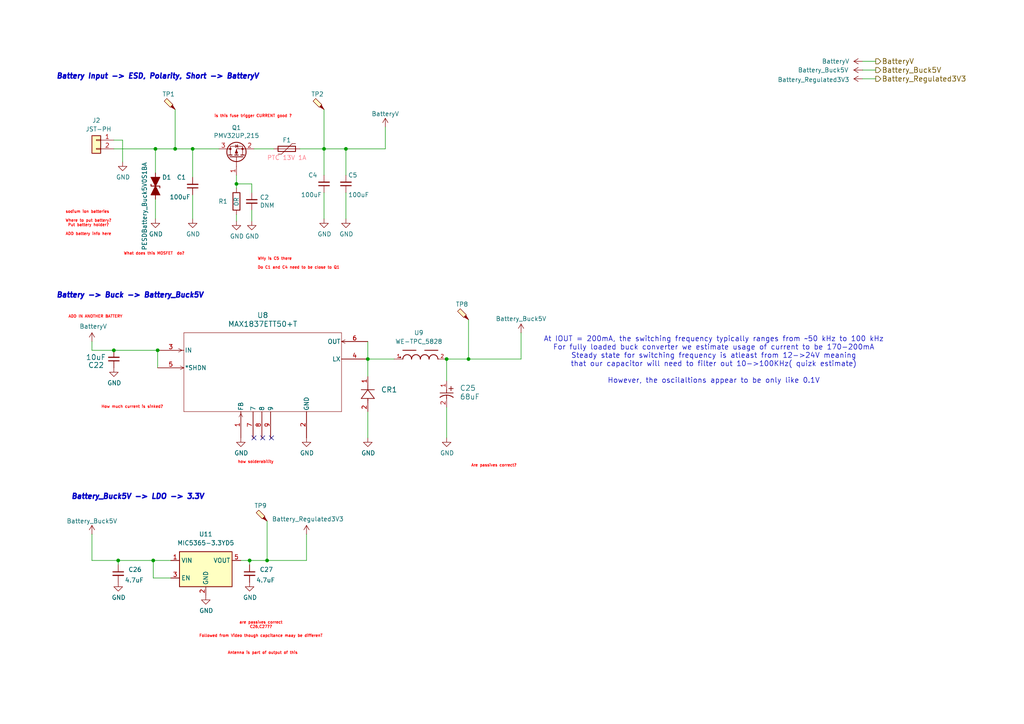
<source format=kicad_sch>
(kicad_sch
	(version 20250114)
	(generator "eeschema")
	(generator_version "9.0")
	(uuid "d4f9d898-7a83-4186-a9d6-9da79adbdd19")
	(paper "A4")
	(title_block
		(date "2025-03-11")
		(rev "1")
		(company "BAJA")
		(comment 1 "ParryZhuo")
	)
	(lib_symbols
		(symbol "744053470-47uF-BC:WE-TPC_5828"
			(pin_names
				(offset 1.016)
			)
			(exclude_from_sim no)
			(in_bom yes)
			(on_board yes)
			(property "Reference" "U"
				(at 0 3.81 0)
				(effects
					(font
						(size 1.27 1.27)
					)
					(justify bottom)
				)
			)
			(property "Value" "WE-TPC_5828"
				(at 0 -2.54 0)
				(effects
					(font
						(size 1.27 1.27)
					)
					(justify bottom)
				)
			)
			(property "Footprint" "WE-TPC_5828:WE-TPC_5828"
				(at 0 0 0)
				(effects
					(font
						(size 1.27 1.27)
					)
					(justify bottom)
					(hide yes)
				)
			)
			(property "Datasheet" ""
				(at 0 0 0)
				(effects
					(font
						(size 1.27 1.27)
					)
					(hide yes)
				)
			)
			(property "Description" ""
				(at 0 0 0)
				(effects
					(font
						(size 1.27 1.27)
					)
					(hide yes)
				)
			)
			(symbol "WE-TPC_5828_0_0"
				(circle
					(center -5.842 0.508)
					(radius 0.127)
					(stroke
						(width 0.254)
						(type default)
					)
					(fill
						(type none)
					)
				)
				(arc
					(start -5.08 0)
					(mid -3.81 1.2645)
					(end -2.54 0)
					(stroke
						(width 0.254)
						(type default)
					)
					(fill
						(type none)
					)
				)
				(polyline
					(pts
						(xy -1.27 2.54) (xy -5.08 2.54)
					)
					(stroke
						(width 0.254)
						(type default)
					)
					(fill
						(type none)
					)
				)
				(arc
					(start -2.54 0)
					(mid -1.27 1.2645)
					(end 0 0)
					(stroke
						(width 0.254)
						(type default)
					)
					(fill
						(type none)
					)
				)
				(arc
					(start 0 0)
					(mid 1.27 1.2645)
					(end 2.54 0)
					(stroke
						(width 0.254)
						(type default)
					)
					(fill
						(type none)
					)
				)
				(arc
					(start 2.54 0)
					(mid 3.81 1.2645)
					(end 5.08 0)
					(stroke
						(width 0.254)
						(type default)
					)
					(fill
						(type none)
					)
				)
				(polyline
					(pts
						(xy 5.08 2.54) (xy 1.27 2.54)
					)
					(stroke
						(width 0.254)
						(type default)
					)
					(fill
						(type none)
					)
				)
				(pin passive line
					(at -7.62 0 0)
					(length 2.54)
					(name "~"
						(effects
							(font
								(size 1.016 1.016)
							)
						)
					)
					(number "1"
						(effects
							(font
								(size 1.016 1.016)
							)
						)
					)
				)
				(pin passive line
					(at 7.62 0 180)
					(length 2.54)
					(name "~"
						(effects
							(font
								(size 1.016 1.016)
							)
						)
					)
					(number "2"
						(effects
							(font
								(size 1.016 1.016)
							)
						)
					)
				)
			)
			(embedded_fonts no)
		)
		(symbol "B0530W-7-F-BC-DIODE:B0530W-7-F"
			(pin_names
				(offset 0.254)
			)
			(exclude_from_sim no)
			(in_bom yes)
			(on_board yes)
			(property "Reference" "CR"
				(at 5.08 4.445 0)
				(effects
					(font
						(size 1.524 1.524)
					)
				)
			)
			(property "Value" "B0530W-7-F"
				(at 5.08 -3.81 0)
				(effects
					(font
						(size 1.524 1.524)
					)
				)
			)
			(property "Footprint" "SOD123_DIO"
				(at 0 0 0)
				(effects
					(font
						(size 1.27 1.27)
						(italic yes)
					)
					(hide yes)
				)
			)
			(property "Datasheet" "B0530W-7-F"
				(at 0 0 0)
				(effects
					(font
						(size 1.27 1.27)
						(italic yes)
					)
					(hide yes)
				)
			)
			(property "Description" ""
				(at 0 0 0)
				(effects
					(font
						(size 1.27 1.27)
					)
					(hide yes)
				)
			)
			(property "ki_locked" ""
				(at 0 0 0)
				(effects
					(font
						(size 1.27 1.27)
					)
				)
			)
			(property "ki_keywords" "B0530W-7-F"
				(at 0 0 0)
				(effects
					(font
						(size 1.27 1.27)
					)
					(hide yes)
				)
			)
			(property "ki_fp_filters" "SOD123_DIO SOD123_DIO-M SOD123_DIO-L"
				(at 0 0 0)
				(effects
					(font
						(size 1.27 1.27)
					)
					(hide yes)
				)
			)
			(symbol "B0530W-7-F_1_1"
				(polyline
					(pts
						(xy 2.54 0) (xy 3.4798 0)
					)
					(stroke
						(width 0.2032)
						(type default)
					)
					(fill
						(type none)
					)
				)
				(polyline
					(pts
						(xy 3.175 0) (xy 3.81 0)
					)
					(stroke
						(width 0.2032)
						(type default)
					)
					(fill
						(type none)
					)
				)
				(polyline
					(pts
						(xy 3.81 1.905) (xy 3.81 -1.905)
					)
					(stroke
						(width 0.2032)
						(type default)
					)
					(fill
						(type none)
					)
				)
				(polyline
					(pts
						(xy 3.81 -1.905) (xy 6.35 0)
					)
					(stroke
						(width 0.2032)
						(type default)
					)
					(fill
						(type none)
					)
				)
				(polyline
					(pts
						(xy 6.35 0) (xy 3.81 1.905)
					)
					(stroke
						(width 0.2032)
						(type default)
					)
					(fill
						(type none)
					)
				)
				(polyline
					(pts
						(xy 6.35 0) (xy 7.62 0)
					)
					(stroke
						(width 0.2032)
						(type default)
					)
					(fill
						(type none)
					)
				)
				(polyline
					(pts
						(xy 6.35 -1.905) (xy 6.35 1.905)
					)
					(stroke
						(width 0.2032)
						(type default)
					)
					(fill
						(type none)
					)
				)
				(pin unspecified line
					(at 0 0 0)
					(length 2.54)
					(name ""
						(effects
							(font
								(size 1.27 1.27)
							)
						)
					)
					(number "2"
						(effects
							(font
								(size 1.27 1.27)
							)
						)
					)
				)
				(pin unspecified line
					(at 10.16 0 180)
					(length 2.54)
					(name ""
						(effects
							(font
								(size 1.27 1.27)
							)
						)
					)
					(number "1"
						(effects
							(font
								(size 1.27 1.27)
							)
						)
					)
				)
			)
			(symbol "B0530W-7-F_1_2"
				(polyline
					(pts
						(xy -1.905 3.81) (xy 1.905 3.81)
					)
					(stroke
						(width 0.2032)
						(type default)
					)
					(fill
						(type none)
					)
				)
				(polyline
					(pts
						(xy 0 6.35) (xy -1.905 3.81)
					)
					(stroke
						(width 0.2032)
						(type default)
					)
					(fill
						(type none)
					)
				)
				(polyline
					(pts
						(xy 0 6.35) (xy 0 7.62)
					)
					(stroke
						(width 0.2032)
						(type default)
					)
					(fill
						(type none)
					)
				)
				(polyline
					(pts
						(xy 0 3.175) (xy 0 3.81)
					)
					(stroke
						(width 0.2032)
						(type default)
					)
					(fill
						(type none)
					)
				)
				(polyline
					(pts
						(xy 0 2.54) (xy 0 3.4798)
					)
					(stroke
						(width 0.2032)
						(type default)
					)
					(fill
						(type none)
					)
				)
				(polyline
					(pts
						(xy 1.905 6.35) (xy -1.905 6.35)
					)
					(stroke
						(width 0.2032)
						(type default)
					)
					(fill
						(type none)
					)
				)
				(polyline
					(pts
						(xy 1.905 3.81) (xy 0 6.35)
					)
					(stroke
						(width 0.2032)
						(type default)
					)
					(fill
						(type none)
					)
				)
				(pin unspecified line
					(at 0 10.16 270)
					(length 2.54)
					(name ""
						(effects
							(font
								(size 1.27 1.27)
							)
						)
					)
					(number "1"
						(effects
							(font
								(size 1.27 1.27)
							)
						)
					)
				)
				(pin unspecified line
					(at 0 0 90)
					(length 2.54)
					(name ""
						(effects
							(font
								(size 1.27 1.27)
							)
						)
					)
					(number "2"
						(effects
							(font
								(size 1.27 1.27)
							)
						)
					)
				)
			)
			(embedded_fonts no)
		)
		(symbol "Connector:TestPoint_Probe"
			(pin_numbers
				(hide yes)
			)
			(pin_names
				(offset 0.762)
				(hide yes)
			)
			(exclude_from_sim no)
			(in_bom yes)
			(on_board yes)
			(property "Reference" "TP"
				(at 1.651 5.842 0)
				(effects
					(font
						(size 1.27 1.27)
					)
				)
			)
			(property "Value" "TestPoint_Probe"
				(at 1.651 4.064 0)
				(effects
					(font
						(size 1.27 1.27)
					)
				)
			)
			(property "Footprint" ""
				(at 5.08 0 0)
				(effects
					(font
						(size 1.27 1.27)
					)
					(hide yes)
				)
			)
			(property "Datasheet" "~"
				(at 5.08 0 0)
				(effects
					(font
						(size 1.27 1.27)
					)
					(hide yes)
				)
			)
			(property "Description" "test point (alternative probe-style design)"
				(at 0 0 0)
				(effects
					(font
						(size 1.27 1.27)
					)
					(hide yes)
				)
			)
			(property "ki_keywords" "test point tp"
				(at 0 0 0)
				(effects
					(font
						(size 1.27 1.27)
					)
					(hide yes)
				)
			)
			(property "ki_fp_filters" "Pin* Test*"
				(at 0 0 0)
				(effects
					(font
						(size 1.27 1.27)
					)
					(hide yes)
				)
			)
			(symbol "TestPoint_Probe_0_1"
				(polyline
					(pts
						(xy 1.27 0.762) (xy 0 0) (xy 0.762 1.27) (xy 1.27 0.762)
					)
					(stroke
						(width 0)
						(type default)
					)
					(fill
						(type outline)
					)
				)
				(polyline
					(pts
						(xy 1.397 0.635) (xy 0.635 1.397) (xy 2.413 3.175) (xy 3.175 2.413) (xy 1.397 0.635)
					)
					(stroke
						(width 0)
						(type default)
					)
					(fill
						(type background)
					)
				)
			)
			(symbol "TestPoint_Probe_1_1"
				(pin passive line
					(at 0 0 90)
					(length 0)
					(name "1"
						(effects
							(font
								(size 1.27 1.27)
							)
						)
					)
					(number "1"
						(effects
							(font
								(size 1.27 1.27)
							)
						)
					)
				)
			)
			(embedded_fonts no)
		)
		(symbol "Connector_Generic:Conn_01x02"
			(pin_names
				(offset 1.016)
				(hide yes)
			)
			(exclude_from_sim no)
			(in_bom yes)
			(on_board yes)
			(property "Reference" "J"
				(at 0 2.54 0)
				(effects
					(font
						(size 1.27 1.27)
					)
				)
			)
			(property "Value" "Conn_01x02"
				(at 0 -5.08 0)
				(effects
					(font
						(size 1.27 1.27)
					)
				)
			)
			(property "Footprint" ""
				(at 0 0 0)
				(effects
					(font
						(size 1.27 1.27)
					)
					(hide yes)
				)
			)
			(property "Datasheet" "~"
				(at 0 0 0)
				(effects
					(font
						(size 1.27 1.27)
					)
					(hide yes)
				)
			)
			(property "Description" "Generic connector, single row, 01x02, script generated (kicad-library-utils/schlib/autogen/connector/)"
				(at 0 0 0)
				(effects
					(font
						(size 1.27 1.27)
					)
					(hide yes)
				)
			)
			(property "ki_keywords" "connector"
				(at 0 0 0)
				(effects
					(font
						(size 1.27 1.27)
					)
					(hide yes)
				)
			)
			(property "ki_fp_filters" "Connector*:*_1x??_*"
				(at 0 0 0)
				(effects
					(font
						(size 1.27 1.27)
					)
					(hide yes)
				)
			)
			(symbol "Conn_01x02_1_1"
				(rectangle
					(start -1.27 1.27)
					(end 1.27 -3.81)
					(stroke
						(width 0.254)
						(type default)
					)
					(fill
						(type background)
					)
				)
				(rectangle
					(start -1.27 0.127)
					(end 0 -0.127)
					(stroke
						(width 0.1524)
						(type default)
					)
					(fill
						(type none)
					)
				)
				(rectangle
					(start -1.27 -2.413)
					(end 0 -2.667)
					(stroke
						(width 0.1524)
						(type default)
					)
					(fill
						(type none)
					)
				)
				(pin passive line
					(at -5.08 0 0)
					(length 3.81)
					(name "Pin_1"
						(effects
							(font
								(size 1.27 1.27)
							)
						)
					)
					(number "1"
						(effects
							(font
								(size 1.27 1.27)
							)
						)
					)
				)
				(pin passive line
					(at -5.08 -2.54 0)
					(length 3.81)
					(name "Pin_2"
						(effects
							(font
								(size 1.27 1.27)
							)
						)
					)
					(number "2"
						(effects
							(font
								(size 1.27 1.27)
							)
						)
					)
				)
			)
			(embedded_fonts no)
		)
		(symbol "Device:C_Small"
			(pin_numbers
				(hide yes)
			)
			(pin_names
				(offset 0.254)
				(hide yes)
			)
			(exclude_from_sim no)
			(in_bom yes)
			(on_board yes)
			(property "Reference" "C"
				(at 0.254 1.778 0)
				(effects
					(font
						(size 1.27 1.27)
					)
					(justify left)
				)
			)
			(property "Value" "C_Small"
				(at 0.254 -2.032 0)
				(effects
					(font
						(size 1.27 1.27)
					)
					(justify left)
				)
			)
			(property "Footprint" ""
				(at 0 0 0)
				(effects
					(font
						(size 1.27 1.27)
					)
					(hide yes)
				)
			)
			(property "Datasheet" "~"
				(at 0 0 0)
				(effects
					(font
						(size 1.27 1.27)
					)
					(hide yes)
				)
			)
			(property "Description" "Unpolarized capacitor, small symbol"
				(at 0 0 0)
				(effects
					(font
						(size 1.27 1.27)
					)
					(hide yes)
				)
			)
			(property "ki_keywords" "capacitor cap"
				(at 0 0 0)
				(effects
					(font
						(size 1.27 1.27)
					)
					(hide yes)
				)
			)
			(property "ki_fp_filters" "C_*"
				(at 0 0 0)
				(effects
					(font
						(size 1.27 1.27)
					)
					(hide yes)
				)
			)
			(symbol "C_Small_0_1"
				(polyline
					(pts
						(xy -1.524 0.508) (xy 1.524 0.508)
					)
					(stroke
						(width 0.3048)
						(type default)
					)
					(fill
						(type none)
					)
				)
				(polyline
					(pts
						(xy -1.524 -0.508) (xy 1.524 -0.508)
					)
					(stroke
						(width 0.3302)
						(type default)
					)
					(fill
						(type none)
					)
				)
			)
			(symbol "C_Small_1_1"
				(pin passive line
					(at 0 2.54 270)
					(length 2.032)
					(name "~"
						(effects
							(font
								(size 1.27 1.27)
							)
						)
					)
					(number "1"
						(effects
							(font
								(size 1.27 1.27)
							)
						)
					)
				)
				(pin passive line
					(at 0 -2.54 90)
					(length 2.032)
					(name "~"
						(effects
							(font
								(size 1.27 1.27)
							)
						)
					)
					(number "2"
						(effects
							(font
								(size 1.27 1.27)
							)
						)
					)
				)
			)
			(embedded_fonts no)
		)
		(symbol "Device:D_TVS_ALT"
			(pin_numbers
				(hide yes)
			)
			(pin_names
				(offset 1.016)
				(hide yes)
			)
			(exclude_from_sim no)
			(in_bom yes)
			(on_board yes)
			(property "Reference" "D"
				(at 0 2.54 0)
				(effects
					(font
						(size 1.27 1.27)
					)
				)
			)
			(property "Value" "Device_D_TVS_ALT"
				(at 0 -2.54 0)
				(effects
					(font
						(size 1.27 1.27)
					)
				)
			)
			(property "Footprint" ""
				(at 0 0 0)
				(effects
					(font
						(size 1.27 1.27)
					)
					(hide yes)
				)
			)
			(property "Datasheet" ""
				(at 0 0 0)
				(effects
					(font
						(size 1.27 1.27)
					)
					(hide yes)
				)
			)
			(property "Description" ""
				(at 0 0 0)
				(effects
					(font
						(size 1.27 1.27)
					)
					(hide yes)
				)
			)
			(property "ki_fp_filters" "TO-???* *_Diode_* *SingleDiode* D_*"
				(at 0 0 0)
				(effects
					(font
						(size 1.27 1.27)
					)
					(hide yes)
				)
			)
			(symbol "D_TVS_ALT_0_1"
				(polyline
					(pts
						(xy -2.54 -1.27) (xy 0 0) (xy -2.54 1.27) (xy -2.54 -1.27)
					)
					(stroke
						(width 0.254)
						(type default)
					)
					(fill
						(type outline)
					)
				)
				(polyline
					(pts
						(xy 0.508 1.27) (xy 0 1.27) (xy 0 -1.27) (xy -0.508 -1.27)
					)
					(stroke
						(width 0.254)
						(type default)
					)
					(fill
						(type none)
					)
				)
				(polyline
					(pts
						(xy 1.27 0) (xy -1.27 0)
					)
					(stroke
						(width 0)
						(type default)
					)
					(fill
						(type none)
					)
				)
				(polyline
					(pts
						(xy 2.54 1.27) (xy 2.54 -1.27) (xy 0 0) (xy 2.54 1.27)
					)
					(stroke
						(width 0.254)
						(type default)
					)
					(fill
						(type outline)
					)
				)
			)
			(symbol "D_TVS_ALT_1_1"
				(pin passive line
					(at -3.81 0 0)
					(length 2.54)
					(name "A1"
						(effects
							(font
								(size 1.27 1.27)
							)
						)
					)
					(number "1"
						(effects
							(font
								(size 1.27 1.27)
							)
						)
					)
				)
				(pin passive line
					(at 3.81 0 180)
					(length 2.54)
					(name "A2"
						(effects
							(font
								(size 1.27 1.27)
							)
						)
					)
					(number "2"
						(effects
							(font
								(size 1.27 1.27)
							)
						)
					)
				)
			)
			(embedded_fonts no)
		)
		(symbol "Device:Polyfuse"
			(pin_numbers
				(hide yes)
			)
			(pin_names
				(offset 0)
			)
			(exclude_from_sim no)
			(in_bom yes)
			(on_board yes)
			(property "Reference" "F"
				(at -2.54 0 90)
				(effects
					(font
						(size 1.27 1.27)
					)
				)
			)
			(property "Value" "Polyfuse"
				(at 2.54 0 90)
				(effects
					(font
						(size 1.27 1.27)
					)
				)
			)
			(property "Footprint" ""
				(at 1.27 -5.08 0)
				(effects
					(font
						(size 1.27 1.27)
					)
					(justify left)
					(hide yes)
				)
			)
			(property "Datasheet" "~"
				(at 0 0 0)
				(effects
					(font
						(size 1.27 1.27)
					)
					(hide yes)
				)
			)
			(property "Description" "Resettable fuse, polymeric positive temperature coefficient"
				(at 0 0 0)
				(effects
					(font
						(size 1.27 1.27)
					)
					(hide yes)
				)
			)
			(property "ki_keywords" "resettable fuse PTC PPTC polyfuse polyswitch"
				(at 0 0 0)
				(effects
					(font
						(size 1.27 1.27)
					)
					(hide yes)
				)
			)
			(property "ki_fp_filters" "*polyfuse* *PTC*"
				(at 0 0 0)
				(effects
					(font
						(size 1.27 1.27)
					)
					(hide yes)
				)
			)
			(symbol "Polyfuse_0_1"
				(polyline
					(pts
						(xy -1.524 2.54) (xy -1.524 1.524) (xy 1.524 -1.524) (xy 1.524 -2.54)
					)
					(stroke
						(width 0)
						(type default)
					)
					(fill
						(type none)
					)
				)
				(rectangle
					(start -0.762 2.54)
					(end 0.762 -2.54)
					(stroke
						(width 0.254)
						(type default)
					)
					(fill
						(type none)
					)
				)
				(polyline
					(pts
						(xy 0 2.54) (xy 0 -2.54)
					)
					(stroke
						(width 0)
						(type default)
					)
					(fill
						(type none)
					)
				)
			)
			(symbol "Polyfuse_1_1"
				(pin passive line
					(at 0 3.81 270)
					(length 1.27)
					(name "~"
						(effects
							(font
								(size 1.27 1.27)
							)
						)
					)
					(number "1"
						(effects
							(font
								(size 1.27 1.27)
							)
						)
					)
				)
				(pin passive line
					(at 0 -3.81 90)
					(length 1.27)
					(name "~"
						(effects
							(font
								(size 1.27 1.27)
							)
						)
					)
					(number "2"
						(effects
							(font
								(size 1.27 1.27)
							)
						)
					)
				)
			)
			(embedded_fonts no)
		)
		(symbol "Device:Q_PMOS_GSD"
			(pin_names
				(offset 0)
				(hide yes)
			)
			(exclude_from_sim no)
			(in_bom yes)
			(on_board yes)
			(property "Reference" "Q"
				(at 5.08 1.27 0)
				(effects
					(font
						(size 1.27 1.27)
					)
					(justify left)
				)
			)
			(property "Value" "Q_PMOS_GSD"
				(at 5.08 -1.27 0)
				(effects
					(font
						(size 1.27 1.27)
					)
					(justify left)
				)
			)
			(property "Footprint" ""
				(at 5.08 2.54 0)
				(effects
					(font
						(size 1.27 1.27)
					)
					(hide yes)
				)
			)
			(property "Datasheet" "~"
				(at 0 0 0)
				(effects
					(font
						(size 1.27 1.27)
					)
					(hide yes)
				)
			)
			(property "Description" "P-MOSFET transistor, gate/source/drain"
				(at 0 0 0)
				(effects
					(font
						(size 1.27 1.27)
					)
					(hide yes)
				)
			)
			(property "ki_keywords" "transistor PMOS P-MOS P-MOSFET"
				(at 0 0 0)
				(effects
					(font
						(size 1.27 1.27)
					)
					(hide yes)
				)
			)
			(symbol "Q_PMOS_GSD_0_1"
				(polyline
					(pts
						(xy 0.254 1.905) (xy 0.254 -1.905)
					)
					(stroke
						(width 0.254)
						(type default)
					)
					(fill
						(type none)
					)
				)
				(polyline
					(pts
						(xy 0.254 0) (xy -2.54 0)
					)
					(stroke
						(width 0)
						(type default)
					)
					(fill
						(type none)
					)
				)
				(polyline
					(pts
						(xy 0.762 2.286) (xy 0.762 1.27)
					)
					(stroke
						(width 0.254)
						(type default)
					)
					(fill
						(type none)
					)
				)
				(polyline
					(pts
						(xy 0.762 1.778) (xy 3.302 1.778) (xy 3.302 -1.778) (xy 0.762 -1.778)
					)
					(stroke
						(width 0)
						(type default)
					)
					(fill
						(type none)
					)
				)
				(polyline
					(pts
						(xy 0.762 0.508) (xy 0.762 -0.508)
					)
					(stroke
						(width 0.254)
						(type default)
					)
					(fill
						(type none)
					)
				)
				(polyline
					(pts
						(xy 0.762 -1.27) (xy 0.762 -2.286)
					)
					(stroke
						(width 0.254)
						(type default)
					)
					(fill
						(type none)
					)
				)
				(circle
					(center 1.651 0)
					(radius 2.794)
					(stroke
						(width 0.254)
						(type default)
					)
					(fill
						(type none)
					)
				)
				(polyline
					(pts
						(xy 2.286 0) (xy 1.27 0.381) (xy 1.27 -0.381) (xy 2.286 0)
					)
					(stroke
						(width 0)
						(type default)
					)
					(fill
						(type outline)
					)
				)
				(polyline
					(pts
						(xy 2.54 2.54) (xy 2.54 1.778)
					)
					(stroke
						(width 0)
						(type default)
					)
					(fill
						(type none)
					)
				)
				(circle
					(center 2.54 1.778)
					(radius 0.254)
					(stroke
						(width 0)
						(type default)
					)
					(fill
						(type outline)
					)
				)
				(circle
					(center 2.54 -1.778)
					(radius 0.254)
					(stroke
						(width 0)
						(type default)
					)
					(fill
						(type outline)
					)
				)
				(polyline
					(pts
						(xy 2.54 -2.54) (xy 2.54 0) (xy 0.762 0)
					)
					(stroke
						(width 0)
						(type default)
					)
					(fill
						(type none)
					)
				)
				(polyline
					(pts
						(xy 2.794 -0.508) (xy 2.921 -0.381) (xy 3.683 -0.381) (xy 3.81 -0.254)
					)
					(stroke
						(width 0)
						(type default)
					)
					(fill
						(type none)
					)
				)
				(polyline
					(pts
						(xy 3.302 -0.381) (xy 2.921 0.254) (xy 3.683 0.254) (xy 3.302 -0.381)
					)
					(stroke
						(width 0)
						(type default)
					)
					(fill
						(type none)
					)
				)
			)
			(symbol "Q_PMOS_GSD_1_1"
				(pin input line
					(at -5.08 0 0)
					(length 2.54)
					(name "G"
						(effects
							(font
								(size 1.27 1.27)
							)
						)
					)
					(number "1"
						(effects
							(font
								(size 1.27 1.27)
							)
						)
					)
				)
				(pin passive line
					(at 2.54 5.08 270)
					(length 2.54)
					(name "D"
						(effects
							(font
								(size 1.27 1.27)
							)
						)
					)
					(number "3"
						(effects
							(font
								(size 1.27 1.27)
							)
						)
					)
				)
				(pin passive line
					(at 2.54 -5.08 90)
					(length 2.54)
					(name "S"
						(effects
							(font
								(size 1.27 1.27)
							)
						)
					)
					(number "2"
						(effects
							(font
								(size 1.27 1.27)
							)
						)
					)
				)
			)
			(embedded_fonts no)
		)
		(symbol "Device:R"
			(pin_numbers
				(hide yes)
			)
			(pin_names
				(offset 0)
			)
			(exclude_from_sim no)
			(in_bom yes)
			(on_board yes)
			(property "Reference" "R"
				(at 2.032 0 90)
				(effects
					(font
						(size 1.27 1.27)
					)
				)
			)
			(property "Value" "R"
				(at 0 0 90)
				(effects
					(font
						(size 1.27 1.27)
					)
				)
			)
			(property "Footprint" ""
				(at -1.778 0 90)
				(effects
					(font
						(size 1.27 1.27)
					)
					(hide yes)
				)
			)
			(property "Datasheet" "~"
				(at 0 0 0)
				(effects
					(font
						(size 1.27 1.27)
					)
					(hide yes)
				)
			)
			(property "Description" "Resistor"
				(at 0 0 0)
				(effects
					(font
						(size 1.27 1.27)
					)
					(hide yes)
				)
			)
			(property "ki_keywords" "R res resistor"
				(at 0 0 0)
				(effects
					(font
						(size 1.27 1.27)
					)
					(hide yes)
				)
			)
			(property "ki_fp_filters" "R_*"
				(at 0 0 0)
				(effects
					(font
						(size 1.27 1.27)
					)
					(hide yes)
				)
			)
			(symbol "R_0_1"
				(rectangle
					(start -1.016 -2.54)
					(end 1.016 2.54)
					(stroke
						(width 0.254)
						(type default)
					)
					(fill
						(type none)
					)
				)
			)
			(symbol "R_1_1"
				(pin passive line
					(at 0 3.81 270)
					(length 1.27)
					(name "~"
						(effects
							(font
								(size 1.27 1.27)
							)
						)
					)
					(number "1"
						(effects
							(font
								(size 1.27 1.27)
							)
						)
					)
				)
				(pin passive line
					(at 0 -3.81 90)
					(length 1.27)
					(name "~"
						(effects
							(font
								(size 1.27 1.27)
							)
						)
					)
					(number "2"
						(effects
							(font
								(size 1.27 1.27)
							)
						)
					)
				)
			)
			(embedded_fonts no)
		)
		(symbol "MAX1837ETT50_T-bc-5V:MAX1837ETT50+T"
			(pin_names
				(offset 0.254)
			)
			(exclude_from_sim no)
			(in_bom yes)
			(on_board yes)
			(property "Reference" "U8"
				(at 30.48 10.16 0)
				(effects
					(font
						(size 1.524 1.524)
					)
				)
			)
			(property "Value" "MAX1837ETT50+T"
				(at 30.48 7.62 0)
				(effects
					(font
						(size 1.524 1.524)
					)
				)
			)
			(property "Footprint" "21-0137I_T1033-1_MXM"
				(at 1.524 9.906 0)
				(effects
					(font
						(size 1.27 1.27)
						(italic yes)
					)
					(hide yes)
				)
			)
			(property "Datasheet" "MAX1837ETT50+T"
				(at -0.254 12.7 0)
				(effects
					(font
						(size 1.27 1.27)
						(italic yes)
					)
					(hide yes)
				)
			)
			(property "Description" ""
				(at 0 0 0)
				(effects
					(font
						(size 1.27 1.27)
					)
					(hide yes)
				)
			)
			(property "Distributor link" "https://www.digikey.com/en/products/detail/analog-devices-inc-maxim-integrated/MAX1837ETT50-T/1519115"
				(at 3.556 16.002 0)
				(effects
					(font
						(size 1.27 1.27)
					)
					(hide yes)
				)
			)
			(property "Manufacturer" "Analog devices"
				(at 0.254 6.35 0)
				(effects
					(font
						(size 1.27 1.27)
					)
					(hide yes)
				)
			)
			(property "Manufacturer Part Number" "MAX1837ETT50+T"
				(at -4.572 3.556 0)
				(effects
					(font
						(size 1.27 1.27)
					)
					(hide yes)
				)
			)
			(property "ki_locked" ""
				(at 0 0 0)
				(effects
					(font
						(size 1.27 1.27)
					)
				)
			)
			(property "ki_keywords" "MAX1837ETT50+T"
				(at 0 0 0)
				(effects
					(font
						(size 1.27 1.27)
					)
					(hide yes)
				)
			)
			(property "ki_fp_filters" "21-0137I_T1033-1_MXM 21-0137I_T1033-1_MXM-M 21-0137I_T1033-1_MXM-L"
				(at 0 0 0)
				(effects
					(font
						(size 1.27 1.27)
					)
					(hide yes)
				)
			)
			(symbol "MAX1837ETT50+T_0_1"
				(polyline
					(pts
						(xy 7.0993 0) (xy 6.0579 0.5207)
					)
					(stroke
						(width 0.127)
						(type default)
					)
					(fill
						(type none)
					)
				)
				(polyline
					(pts
						(xy 7.0993 0) (xy 6.0579 -0.5207)
					)
					(stroke
						(width 0.127)
						(type default)
					)
					(fill
						(type none)
					)
				)
				(polyline
					(pts
						(xy 7.62 5.08) (xy 7.62 -17.78)
					)
					(stroke
						(width 0.127)
						(type default)
					)
					(fill
						(type none)
					)
				)
				(polyline
					(pts
						(xy 7.62 -5.08) (xy 6.5786 -4.5593)
					)
					(stroke
						(width 0.127)
						(type default)
					)
					(fill
						(type none)
					)
				)
				(polyline
					(pts
						(xy 7.62 -5.08) (xy 6.5786 -5.6007)
					)
					(stroke
						(width 0.127)
						(type default)
					)
					(fill
						(type none)
					)
				)
				(polyline
					(pts
						(xy 7.62 -17.78) (xy 53.34 -17.78)
					)
					(stroke
						(width 0.127)
						(type default)
					)
					(fill
						(type none)
					)
				)
				(polyline
					(pts
						(xy 24.13 -18.3007) (xy 23.6093 -19.3421)
					)
					(stroke
						(width 0.127)
						(type default)
					)
					(fill
						(type none)
					)
				)
				(polyline
					(pts
						(xy 24.13 -18.3007) (xy 24.6507 -19.3421)
					)
					(stroke
						(width 0.127)
						(type default)
					)
					(fill
						(type none)
					)
				)
				(polyline
					(pts
						(xy 53.34 5.08) (xy 7.62 5.08)
					)
					(stroke
						(width 0.127)
						(type default)
					)
					(fill
						(type none)
					)
				)
				(polyline
					(pts
						(xy 53.34 2.54) (xy 54.3814 3.0607)
					)
					(stroke
						(width 0.127)
						(type default)
					)
					(fill
						(type none)
					)
				)
				(polyline
					(pts
						(xy 53.34 2.54) (xy 54.3814 2.0193)
					)
					(stroke
						(width 0.127)
						(type default)
					)
					(fill
						(type none)
					)
				)
				(polyline
					(pts
						(xy 53.34 -17.78) (xy 53.34 5.08)
					)
					(stroke
						(width 0.127)
						(type default)
					)
					(fill
						(type none)
					)
				)
				(pin input line
					(at 0 0 0)
					(length 7.62)
					(name "IN"
						(effects
							(font
								(size 1.27 1.27)
							)
						)
					)
					(number "3"
						(effects
							(font
								(size 1.27 1.27)
							)
						)
					)
				)
				(pin input line
					(at 0 -5.08 0)
					(length 7.62)
					(name "*SHDN"
						(effects
							(font
								(size 1.27 1.27)
							)
						)
					)
					(number "5"
						(effects
							(font
								(size 1.27 1.27)
							)
						)
					)
				)
				(pin input line
					(at 24.13 -25.4 90)
					(length 7.62)
					(name "FB"
						(effects
							(font
								(size 1.27 1.27)
							)
						)
					)
					(number "1"
						(effects
							(font
								(size 1.27 1.27)
							)
						)
					)
				)
				(pin unspecified line
					(at 27.6902 -25.4688 90)
					(length 7.62)
					(name "7"
						(effects
							(font
								(size 1.27 1.27)
							)
						)
					)
					(number "7"
						(effects
							(font
								(size 1.27 1.27)
							)
						)
					)
				)
				(pin unspecified line
					(at 30.2302 -25.4688 90)
					(length 7.62)
					(name "8"
						(effects
							(font
								(size 1.27 1.27)
							)
						)
					)
					(number "8"
						(effects
							(font
								(size 1.27 1.27)
							)
						)
					)
				)
				(pin unspecified line
					(at 32.7702 -25.4688 90)
					(length 7.62)
					(name "9"
						(effects
							(font
								(size 1.27 1.27)
							)
						)
					)
					(number "9"
						(effects
							(font
								(size 1.27 1.27)
							)
						)
					)
				)
				(pin power_in line
					(at 43.18 -25.4 90)
					(length 7.62)
					(name "GND"
						(effects
							(font
								(size 1.27 1.27)
							)
						)
					)
					(number "2"
						(effects
							(font
								(size 1.27 1.27)
							)
						)
					)
				)
				(pin input line
					(at 60.96 2.54 180)
					(length 7.62)
					(name "OUT"
						(effects
							(font
								(size 1.27 1.27)
							)
						)
					)
					(number "6"
						(effects
							(font
								(size 1.27 1.27)
							)
						)
					)
				)
				(pin unspecified line
					(at 60.96 -2.54 180)
					(length 7.62)
					(name "LX"
						(effects
							(font
								(size 1.27 1.27)
							)
						)
					)
					(number "4"
						(effects
							(font
								(size 1.27 1.27)
							)
						)
					)
				)
			)
			(embedded_fonts no)
		)
		(symbol "Regulator_Linear:MIC5365-3.3YD5"
			(exclude_from_sim no)
			(in_bom yes)
			(on_board yes)
			(property "Reference" "U"
				(at -7.62 6.35 0)
				(effects
					(font
						(size 1.27 1.27)
					)
					(justify left)
				)
			)
			(property "Value" "MIC5365-3.3YD5"
				(at 0 6.35 0)
				(effects
					(font
						(size 1.27 1.27)
					)
					(justify left)
				)
			)
			(property "Footprint" "Package_TO_SOT_SMD:SOT-23-5"
				(at 0 8.89 0)
				(effects
					(font
						(size 1.27 1.27)
					)
					(hide yes)
				)
			)
			(property "Datasheet" "http://ww1.microchip.com/downloads/en/DeviceDoc/mic5365.pdf"
				(at -6.35 6.35 0)
				(effects
					(font
						(size 1.27 1.27)
					)
					(hide yes)
				)
			)
			(property "Description" "150mA Low-dropout Voltage Regulator, Vout 3.3V, Vin up to 5.5V, SOT-23-5"
				(at 0 0 0)
				(effects
					(font
						(size 1.27 1.27)
					)
					(hide yes)
				)
			)
			(property "ki_keywords" "Micrel LDO voltage regulator"
				(at 0 0 0)
				(effects
					(font
						(size 1.27 1.27)
					)
					(hide yes)
				)
			)
			(property "ki_fp_filters" "SOT?23*"
				(at 0 0 0)
				(effects
					(font
						(size 1.27 1.27)
					)
					(hide yes)
				)
			)
			(symbol "MIC5365-3.3YD5_0_1"
				(rectangle
					(start -7.62 -5.08)
					(end 7.62 5.08)
					(stroke
						(width 0.254)
						(type default)
					)
					(fill
						(type background)
					)
				)
			)
			(symbol "MIC5365-3.3YD5_1_1"
				(pin power_in line
					(at -10.16 2.54 0)
					(length 2.54)
					(name "VIN"
						(effects
							(font
								(size 1.27 1.27)
							)
						)
					)
					(number "1"
						(effects
							(font
								(size 1.27 1.27)
							)
						)
					)
				)
				(pin input line
					(at -10.16 -2.54 0)
					(length 2.54)
					(name "EN"
						(effects
							(font
								(size 1.27 1.27)
							)
						)
					)
					(number "3"
						(effects
							(font
								(size 1.27 1.27)
							)
						)
					)
				)
				(pin power_in line
					(at 0 -7.62 90)
					(length 2.54)
					(name "GND"
						(effects
							(font
								(size 1.27 1.27)
							)
						)
					)
					(number "2"
						(effects
							(font
								(size 1.27 1.27)
							)
						)
					)
				)
				(pin no_connect line
					(at 7.62 -2.54 180)
					(length 2.54)
					(hide yes)
					(name "NC"
						(effects
							(font
								(size 1.27 1.27)
							)
						)
					)
					(number "4"
						(effects
							(font
								(size 1.27 1.27)
							)
						)
					)
				)
				(pin power_out line
					(at 10.16 2.54 180)
					(length 2.54)
					(name "VOUT"
						(effects
							(font
								(size 1.27 1.27)
							)
						)
					)
					(number "5"
						(effects
							(font
								(size 1.27 1.27)
							)
						)
					)
				)
			)
			(embedded_fonts no)
		)
		(symbol "T520V686M010ATE045-68uF-BC:T520V686M010ATE045"
			(pin_names
				(offset 0.254)
			)
			(exclude_from_sim no)
			(in_bom yes)
			(on_board yes)
			(property "Reference" "C"
				(at 3.81 3.81 0)
				(effects
					(font
						(size 1.524 1.524)
					)
				)
			)
			(property "Value" "T520V686M010ATE045"
				(at 3.81 -3.81 0)
				(effects
					(font
						(size 1.524 1.524)
					)
				)
			)
			(property "Footprint" "CAPMP7.6X4.3_1.9N_KEM"
				(at 0 0 0)
				(effects
					(font
						(size 1.27 1.27)
						(italic yes)
					)
					(hide yes)
				)
			)
			(property "Datasheet" "T520V686M010ATE045"
				(at 0 0 0)
				(effects
					(font
						(size 1.27 1.27)
						(italic yes)
					)
					(hide yes)
				)
			)
			(property "Description" ""
				(at 0 0 0)
				(effects
					(font
						(size 1.27 1.27)
					)
					(hide yes)
				)
			)
			(property "ki_locked" ""
				(at 0 0 0)
				(effects
					(font
						(size 1.27 1.27)
					)
				)
			)
			(property "ki_keywords" "T520V686M010ATE045"
				(at 0 0 0)
				(effects
					(font
						(size 1.27 1.27)
					)
					(hide yes)
				)
			)
			(property "ki_fp_filters" "CAPMP7.6X4.3_1.9N_KEM CAPMP7.6X4.3_1.9N_KEM-M CAPMP7.6X4.3_1.9N_KEM-L"
				(at 0 0 0)
				(effects
					(font
						(size 1.27 1.27)
					)
					(hide yes)
				)
			)
			(symbol "T520V686M010ATE045_1_1"
				(polyline
					(pts
						(xy 1.5748 1.27) (xy 2.8448 1.27)
					)
					(stroke
						(width 0.2032)
						(type default)
					)
					(fill
						(type none)
					)
				)
				(polyline
					(pts
						(xy 2.2098 0.635) (xy 2.2098 1.905)
					)
					(stroke
						(width 0.2032)
						(type default)
					)
					(fill
						(type none)
					)
				)
				(polyline
					(pts
						(xy 2.54 0) (xy 3.4798 0)
					)
					(stroke
						(width 0.2032)
						(type default)
					)
					(fill
						(type none)
					)
				)
				(polyline
					(pts
						(xy 3.4798 -1.905) (xy 3.4798 1.905)
					)
					(stroke
						(width 0.2032)
						(type default)
					)
					(fill
						(type none)
					)
				)
				(polyline
					(pts
						(xy 4.1148 0) (xy 5.08 0)
					)
					(stroke
						(width 0.2032)
						(type default)
					)
					(fill
						(type none)
					)
				)
				(arc
					(start 4.7541 -1.9108)
					(mid 4.1148 0)
					(end 4.7541 1.9108)
					(stroke
						(width 0.254)
						(type default)
					)
					(fill
						(type none)
					)
				)
				(pin unspecified line
					(at 0 0 0)
					(length 2.54)
					(name ""
						(effects
							(font
								(size 1.27 1.27)
							)
						)
					)
					(number "1"
						(effects
							(font
								(size 1.27 1.27)
							)
						)
					)
				)
				(pin unspecified line
					(at 7.62 0 180)
					(length 2.54)
					(name ""
						(effects
							(font
								(size 1.27 1.27)
							)
						)
					)
					(number "2"
						(effects
							(font
								(size 1.27 1.27)
							)
						)
					)
				)
			)
			(symbol "T520V686M010ATE045_1_2"
				(polyline
					(pts
						(xy -1.905 -3.4798) (xy 1.905 -3.4798)
					)
					(stroke
						(width 0.2032)
						(type default)
					)
					(fill
						(type none)
					)
				)
				(polyline
					(pts
						(xy 0 -2.54) (xy 0 -3.4798)
					)
					(stroke
						(width 0.2032)
						(type default)
					)
					(fill
						(type none)
					)
				)
				(polyline
					(pts
						(xy 0 -4.1148) (xy 0 -5.08)
					)
					(stroke
						(width 0.2032)
						(type default)
					)
					(fill
						(type none)
					)
				)
				(arc
					(start -1.9108 -4.7541)
					(mid 0 -4.1148)
					(end 1.9108 -4.7541)
					(stroke
						(width 0.254)
						(type default)
					)
					(fill
						(type none)
					)
				)
				(polyline
					(pts
						(xy 0.635 -2.2098) (xy 1.905 -2.2098)
					)
					(stroke
						(width 0.2032)
						(type default)
					)
					(fill
						(type none)
					)
				)
				(polyline
					(pts
						(xy 1.27 -1.5748) (xy 1.27 -2.8448)
					)
					(stroke
						(width 0.2032)
						(type default)
					)
					(fill
						(type none)
					)
				)
				(pin unspecified line
					(at 0 0 270)
					(length 2.54)
					(name ""
						(effects
							(font
								(size 1.27 1.27)
							)
						)
					)
					(number "1"
						(effects
							(font
								(size 1.27 1.27)
							)
						)
					)
				)
				(pin unspecified line
					(at 0 -7.62 90)
					(length 2.54)
					(name ""
						(effects
							(font
								(size 1.27 1.27)
							)
						)
					)
					(number "2"
						(effects
							(font
								(size 1.27 1.27)
							)
						)
					)
				)
			)
			(embedded_fonts no)
		)
		(symbol "power:+2V8"
			(power)
			(pin_names
				(offset 0)
			)
			(exclude_from_sim no)
			(in_bom yes)
			(on_board yes)
			(property "Reference" "#PWR"
				(at 0 -3.81 0)
				(effects
					(font
						(size 1.27 1.27)
					)
					(hide yes)
				)
			)
			(property "Value" "+2V8"
				(at 0 3.556 0)
				(effects
					(font
						(size 1.27 1.27)
					)
				)
			)
			(property "Footprint" ""
				(at 0 0 0)
				(effects
					(font
						(size 1.27 1.27)
					)
					(hide yes)
				)
			)
			(property "Datasheet" ""
				(at 0 0 0)
				(effects
					(font
						(size 1.27 1.27)
					)
					(hide yes)
				)
			)
			(property "Description" "Power symbol creates a global label with name \"+2V8\""
				(at 0 0 0)
				(effects
					(font
						(size 1.27 1.27)
					)
					(hide yes)
				)
			)
			(property "ki_keywords" "power-flag"
				(at 0 0 0)
				(effects
					(font
						(size 1.27 1.27)
					)
					(hide yes)
				)
			)
			(symbol "+2V8_0_1"
				(polyline
					(pts
						(xy -0.762 1.27) (xy 0 2.54)
					)
					(stroke
						(width 0)
						(type default)
					)
					(fill
						(type none)
					)
				)
				(polyline
					(pts
						(xy 0 2.54) (xy 0.762 1.27)
					)
					(stroke
						(width 0)
						(type default)
					)
					(fill
						(type none)
					)
				)
				(polyline
					(pts
						(xy 0 0) (xy 0 2.54)
					)
					(stroke
						(width 0)
						(type default)
					)
					(fill
						(type none)
					)
				)
			)
			(symbol "+2V8_1_1"
				(pin power_in line
					(at 0 0 90)
					(length 0)
					(hide yes)
					(name "+2V8"
						(effects
							(font
								(size 1.27 1.27)
							)
						)
					)
					(number "1"
						(effects
							(font
								(size 1.27 1.27)
							)
						)
					)
				)
			)
			(embedded_fonts no)
		)
		(symbol "power:+BATT"
			(power)
			(pin_names
				(offset 0)
			)
			(exclude_from_sim no)
			(in_bom yes)
			(on_board yes)
			(property "Reference" "#PWR"
				(at 0 -3.81 0)
				(effects
					(font
						(size 1.27 1.27)
					)
					(hide yes)
				)
			)
			(property "Value" "+BATT"
				(at 0 3.556 0)
				(effects
					(font
						(size 1.27 1.27)
					)
				)
			)
			(property "Footprint" ""
				(at 0 0 0)
				(effects
					(font
						(size 1.27 1.27)
					)
					(hide yes)
				)
			)
			(property "Datasheet" ""
				(at 0 0 0)
				(effects
					(font
						(size 1.27 1.27)
					)
					(hide yes)
				)
			)
			(property "Description" "Power symbol creates a global label with name \"+BATT\""
				(at 0 0 0)
				(effects
					(font
						(size 1.27 1.27)
					)
					(hide yes)
				)
			)
			(property "ki_keywords" "power-flag battery"
				(at 0 0 0)
				(effects
					(font
						(size 1.27 1.27)
					)
					(hide yes)
				)
			)
			(symbol "+BATT_0_1"
				(polyline
					(pts
						(xy -0.762 1.27) (xy 0 2.54)
					)
					(stroke
						(width 0)
						(type default)
					)
					(fill
						(type none)
					)
				)
				(polyline
					(pts
						(xy 0 2.54) (xy 0.762 1.27)
					)
					(stroke
						(width 0)
						(type default)
					)
					(fill
						(type none)
					)
				)
				(polyline
					(pts
						(xy 0 0) (xy 0 2.54)
					)
					(stroke
						(width 0)
						(type default)
					)
					(fill
						(type none)
					)
				)
			)
			(symbol "+BATT_1_1"
				(pin power_in line
					(at 0 0 90)
					(length 0)
					(hide yes)
					(name "+BATT"
						(effects
							(font
								(size 1.27 1.27)
							)
						)
					)
					(number "1"
						(effects
							(font
								(size 1.27 1.27)
							)
						)
					)
				)
			)
			(embedded_fonts no)
		)
		(symbol "power:GND"
			(power)
			(pin_names
				(offset 0)
			)
			(exclude_from_sim no)
			(in_bom yes)
			(on_board yes)
			(property "Reference" "#PWR"
				(at 0 -6.35 0)
				(effects
					(font
						(size 1.27 1.27)
					)
					(hide yes)
				)
			)
			(property "Value" "GND"
				(at 0 -3.81 0)
				(effects
					(font
						(size 1.27 1.27)
					)
				)
			)
			(property "Footprint" ""
				(at 0 0 0)
				(effects
					(font
						(size 1.27 1.27)
					)
					(hide yes)
				)
			)
			(property "Datasheet" ""
				(at 0 0 0)
				(effects
					(font
						(size 1.27 1.27)
					)
					(hide yes)
				)
			)
			(property "Description" "Power symbol creates a global label with name \"GND\" , ground"
				(at 0 0 0)
				(effects
					(font
						(size 1.27 1.27)
					)
					(hide yes)
				)
			)
			(property "ki_keywords" "power-flag"
				(at 0 0 0)
				(effects
					(font
						(size 1.27 1.27)
					)
					(hide yes)
				)
			)
			(symbol "GND_0_1"
				(polyline
					(pts
						(xy 0 0) (xy 0 -1.27) (xy 1.27 -1.27) (xy 0 -2.54) (xy -1.27 -1.27) (xy 0 -1.27)
					)
					(stroke
						(width 0)
						(type default)
					)
					(fill
						(type none)
					)
				)
			)
			(symbol "GND_1_1"
				(pin power_in line
					(at 0 0 270)
					(length 0)
					(hide yes)
					(name "GND"
						(effects
							(font
								(size 1.27 1.27)
							)
						)
					)
					(number "1"
						(effects
							(font
								(size 1.27 1.27)
							)
						)
					)
				)
			)
			(embedded_fonts no)
		)
		(symbol "power:VCC"
			(power)
			(pin_numbers
				(hide yes)
			)
			(pin_names
				(offset 0)
				(hide yes)
			)
			(exclude_from_sim no)
			(in_bom yes)
			(on_board yes)
			(property "Reference" "#PWR"
				(at 0 -3.81 0)
				(effects
					(font
						(size 1.27 1.27)
					)
					(hide yes)
				)
			)
			(property "Value" "VCC"
				(at 0 3.556 0)
				(effects
					(font
						(size 1.27 1.27)
					)
				)
			)
			(property "Footprint" ""
				(at 0 0 0)
				(effects
					(font
						(size 1.27 1.27)
					)
					(hide yes)
				)
			)
			(property "Datasheet" ""
				(at 0 0 0)
				(effects
					(font
						(size 1.27 1.27)
					)
					(hide yes)
				)
			)
			(property "Description" "Power symbol creates a global label with name \"VCC\""
				(at 0 0 0)
				(effects
					(font
						(size 1.27 1.27)
					)
					(hide yes)
				)
			)
			(property "ki_keywords" "global power"
				(at 0 0 0)
				(effects
					(font
						(size 1.27 1.27)
					)
					(hide yes)
				)
			)
			(symbol "VCC_0_1"
				(polyline
					(pts
						(xy -0.762 1.27) (xy 0 2.54)
					)
					(stroke
						(width 0)
						(type default)
					)
					(fill
						(type none)
					)
				)
				(polyline
					(pts
						(xy 0 2.54) (xy 0.762 1.27)
					)
					(stroke
						(width 0)
						(type default)
					)
					(fill
						(type none)
					)
				)
				(polyline
					(pts
						(xy 0 0) (xy 0 2.54)
					)
					(stroke
						(width 0)
						(type default)
					)
					(fill
						(type none)
					)
				)
			)
			(symbol "VCC_1_1"
				(pin power_in line
					(at 0 0 90)
					(length 0)
					(name "~"
						(effects
							(font
								(size 1.27 1.27)
							)
						)
					)
					(number "1"
						(effects
							(font
								(size 1.27 1.27)
							)
						)
					)
				)
			)
			(embedded_fonts no)
		)
	)
	(text "how solderability"
		(exclude_from_sim no)
		(at 74.168 134.112 0)
		(effects
			(font
				(size 0.8 0.8)
				(color 255 0 0 1)
			)
		)
		(uuid "1671024d-0ed8-4f22-a093-a5cb60def253")
	)
	(text "is this fuse trigger CURRENT good ?"
		(exclude_from_sim no)
		(at 73.406 33.782 0)
		(effects
			(font
				(size 0.8 0.8)
				(color 255 0 0 1)
			)
		)
		(uuid "1b7349d1-5365-4c73-83fd-4539ad41dcba")
	)
	(text "How much current is sinked?"
		(exclude_from_sim no)
		(at 38.354 118.11 0)
		(effects
			(font
				(size 0.8 0.8)
				(color 255 0 0 1)
			)
		)
		(uuid "2464272a-0cbd-4fb1-8ae3-c762f0b82f0e")
	)
	(text "Antenna is part of output of this"
		(exclude_from_sim no)
		(at 76.2 189.484 0)
		(effects
			(font
				(size 0.8 0.8)
				(color 255 0 0 1)
			)
		)
		(uuid "32c776c1-579c-436d-b9d2-758372b300ed")
	)
	(text "Battery -> Buck -> Battery_Buck5V"
		(exclude_from_sim no)
		(at 16.256 86.614 0)
		(effects
			(font
				(size 1.5 1.5)
				(thickness 0.5182)
				(bold yes)
				(italic yes)
			)
			(justify left bottom)
		)
		(uuid "3b691b79-c7e7-4d23-a970-393a90b24613")
	)
	(text "are passives correct\nC26,C27??\n\nFollowed from Video though capcitance maay be differenT"
		(exclude_from_sim no)
		(at 75.692 182.626 0)
		(effects
			(font
				(size 0.8 0.8)
				(color 255 0 0 1)
			)
		)
		(uuid "770b545d-f302-489a-a5c0-9e979333ace7")
	)
	(text "ADD IN ANOTHER BATTERY"
		(exclude_from_sim no)
		(at 27.686 91.948 0)
		(effects
			(font
				(size 0.8 0.8)
				(color 255 0 0 1)
			)
		)
		(uuid "8237573f-41bc-4b72-9282-45e2cbe3a6d9")
	)
	(text "sodium ion batteries \n\nWhere to put battery?\nPut battery holder?\n\nADD battery info here"
		(exclude_from_sim no)
		(at 25.654 64.77 0)
		(effects
			(font
				(size 0.8 0.8)
				(color 255 0 0 1)
			)
		)
		(uuid "9aab41e6-ba22-48fb-a34d-657d979fd8b4")
	)
	(text "WHy is C5 there\n\nDo C1 and C4 need to be close to Q1\n"
		(exclude_from_sim no)
		(at 74.676 76.454 0)
		(effects
			(font
				(size 0.8 0.8)
				(color 255 0 0 1)
			)
			(justify left)
		)
		(uuid "bac6e92c-d1dd-47e2-9cbe-8e7250dd00ee")
	)
	(text "At IOUT = 200mA, the switching frequency typically ranges from ~50 kHz to 100 kHz\nFor fully loaded buck converter we estimate usage of current to be 170-200mA\nSteady state for switching frequency is atleast from 12->24V meaning\nthat our capacitor will need to filter out 10->100KHz( quizk estimate)\n\nHowever, the oscilaltions appear to be only like 0.1V\n\n"
		(exclude_from_sim no)
		(at 207.01 105.664 0)
		(effects
			(font
				(size 1.4986 1.4986)
			)
		)
		(uuid "c94dd443-1e75-415b-becf-5aa618a2b1de")
	)
	(text "Battery_Buck5V -> LDO -> 3.3V"
		(exclude_from_sim no)
		(at 20.574 145.034 0)
		(effects
			(font
				(size 1.5 1.5)
				(thickness 0.5182)
				(bold yes)
				(italic yes)
			)
			(justify left bottom)
		)
		(uuid "cc2d152f-022c-4975-935c-622b93e2fd38")
	)
	(text "Are passives correct?"
		(exclude_from_sim no)
		(at 143.256 135.128 0)
		(effects
			(font
				(size 0.8 0.8)
				(color 255 0 0 1)
			)
		)
		(uuid "e606773a-8219-4264-bc7a-b909283d07cd")
	)
	(text "What does this MOSFET  do?"
		(exclude_from_sim no)
		(at 44.704 73.66 0)
		(effects
			(font
				(size 0.8 0.8)
				(color 255 0 0 1)
			)
		)
		(uuid "fb785b0b-8721-491f-846b-43d1ec32c896")
	)
	(text "Battery Input -> ESD, Polarity, Short -> BatteryV"
		(exclude_from_sim no)
		(at 16.256 23.114 0)
		(effects
			(font
				(size 1.5 1.5)
				(thickness 0.4623)
				(bold yes)
				(italic yes)
			)
			(justify left bottom)
		)
		(uuid "fdd41a68-206a-4076-b64a-8b7633d428d6")
	)
	(junction
		(at 72.39 162.56)
		(diameter 0)
		(color 0 0 0 0)
		(uuid "0b401391-1163-4d03-9bf3-73ffce7886d9")
	)
	(junction
		(at 129.54 104.14)
		(diameter 0)
		(color 0 0 0 0)
		(uuid "30888c3b-b5f6-4cb0-aef0-cfac839b0416")
	)
	(junction
		(at 34.29 162.56)
		(diameter 0)
		(color 0 0 0 0)
		(uuid "415915ad-fbc5-4df2-ab4a-e8047e520223")
	)
	(junction
		(at 100.33 43.18)
		(diameter 0)
		(color 0 0 0 0)
		(uuid "41ccd527-f15f-451d-97cb-4b072baeedce")
	)
	(junction
		(at 77.47 162.56)
		(diameter 0)
		(color 0 0 0 0)
		(uuid "6a655ee8-46b2-4b3e-bc87-c6923183b553")
	)
	(junction
		(at 44.45 162.56)
		(diameter 0)
		(color 0 0 0 0)
		(uuid "73838536-cee5-44aa-b53f-eafd6b1b90ac")
	)
	(junction
		(at 55.88 43.18)
		(diameter 0)
		(color 0 0 0 0)
		(uuid "7cc6c9dd-111b-4618-9077-7c9b1a84aff3")
	)
	(junction
		(at 106.68 104.14)
		(diameter 0)
		(color 0 0 0 0)
		(uuid "88af5549-35d6-4d62-8acb-e30de9e1da58")
	)
	(junction
		(at 93.98 43.18)
		(diameter 0)
		(color 0 0 0 0)
		(uuid "91a85248-7895-453a-bdbc-36a6edbe91db")
	)
	(junction
		(at 50.8 43.18)
		(diameter 0)
		(color 0 0 0 0)
		(uuid "a234ba5b-e4e7-4634-af34-d2594513d0fc")
	)
	(junction
		(at 68.58 53.34)
		(diameter 0)
		(color 0 0 0 0)
		(uuid "ab3e0d45-ad5b-42a1-ab02-8fee32ad804e")
	)
	(junction
		(at 135.89 104.14)
		(diameter 0)
		(color 0 0 0 0)
		(uuid "abeeab52-f472-4177-8c1b-a57ecbdf7ecb")
	)
	(junction
		(at 45.72 101.6)
		(diameter 0)
		(color 0 0 0 0)
		(uuid "b882b351-a2ca-41a4-8500-0890ccb61d38")
	)
	(junction
		(at 45.085 43.18)
		(diameter 0)
		(color 0 0 0 0)
		(uuid "d2f72b7f-67e2-4cf3-9de6-340a26ecf95b")
	)
	(junction
		(at 33.02 101.6)
		(diameter 0)
		(color 0 0 0 0)
		(uuid "eb19f900-7a17-4688-a4cb-9708a677cbda")
	)
	(no_connect
		(at 78.74 127)
		(uuid "8efeeff4-22fb-4e93-99e3-ce79a60b6f13")
	)
	(no_connect
		(at 73.66 127)
		(uuid "bfea8b7e-f306-40f8-b979-0fdd296dba54")
	)
	(no_connect
		(at 76.2 127)
		(uuid "f63bcd6a-2726-4a75-8a62-8d4e47dbe286")
	)
	(wire
		(pts
			(xy 55.88 56.515) (xy 55.88 63.5)
		)
		(stroke
			(width 0)
			(type default)
		)
		(uuid "06300473-b17b-4034-be32-36b8b5674782")
	)
	(wire
		(pts
			(xy 35.56 46.99) (xy 35.56 40.64)
		)
		(stroke
			(width 0)
			(type default)
		)
		(uuid "117ead56-956e-49de-b2ee-fa598ac716d1")
	)
	(wire
		(pts
			(xy 106.68 109.22) (xy 106.68 104.14)
		)
		(stroke
			(width 0)
			(type default)
		)
		(uuid "13f0a640-162c-466e-bf2a-70024d0e082c")
	)
	(wire
		(pts
			(xy 68.58 50.8) (xy 68.58 53.34)
		)
		(stroke
			(width 0)
			(type default)
		)
		(uuid "1c6c46b2-dd9e-430f-85e9-621815ceca94")
	)
	(wire
		(pts
			(xy 135.89 104.14) (xy 151.13 104.14)
		)
		(stroke
			(width 0)
			(type default)
		)
		(uuid "1d817e5d-6856-4fd9-971e-622241768cdb")
	)
	(wire
		(pts
			(xy 93.98 55.88) (xy 93.98 63.5)
		)
		(stroke
			(width 0)
			(type default)
		)
		(uuid "1e51948d-b785-4643-9e6d-9df5cca7f23a")
	)
	(wire
		(pts
			(xy 50.8 43.18) (xy 55.88 43.18)
		)
		(stroke
			(width 0)
			(type default)
		)
		(uuid "1ed6b4d8-adee-4c2b-8a58-9283aac30860")
	)
	(wire
		(pts
			(xy 45.085 43.18) (xy 50.8 43.18)
		)
		(stroke
			(width 0)
			(type default)
		)
		(uuid "1f2605ff-0052-4214-ba00-e5f83f987c66")
	)
	(wire
		(pts
			(xy 93.98 43.18) (xy 93.98 50.8)
		)
		(stroke
			(width 0)
			(type default)
		)
		(uuid "233d14ec-e17f-4b70-ace9-a65479e58a33")
	)
	(wire
		(pts
			(xy 73.025 60.96) (xy 73.025 64.135)
		)
		(stroke
			(width 0)
			(type default)
		)
		(uuid "28aab436-a04a-4f1d-a887-4f09513fdc8a")
	)
	(wire
		(pts
			(xy 106.68 99.06) (xy 106.68 104.14)
		)
		(stroke
			(width 0)
			(type default)
		)
		(uuid "2b5bc35f-a376-4ffd-945f-cd2f34076ea1")
	)
	(wire
		(pts
			(xy 73.025 53.34) (xy 68.58 53.34)
		)
		(stroke
			(width 0)
			(type default)
		)
		(uuid "3520b9bf-2dfc-4868-a650-86ff98682e83")
	)
	(wire
		(pts
			(xy 35.56 40.64) (xy 33.02 40.64)
		)
		(stroke
			(width 0)
			(type default)
		)
		(uuid "3806c655-c7b6-4253-a507-97c304fba508")
	)
	(wire
		(pts
			(xy 88.9 154.94) (xy 88.9 162.56)
		)
		(stroke
			(width 0)
			(type default)
		)
		(uuid "39d9fe7e-053a-424c-b073-656d1b5bbe84")
	)
	(wire
		(pts
			(xy 93.98 31.75) (xy 93.98 43.18)
		)
		(stroke
			(width 0)
			(type default)
		)
		(uuid "39f8338e-6c50-4746-977d-417dad99be70")
	)
	(wire
		(pts
			(xy 77.47 162.56) (xy 88.9 162.56)
		)
		(stroke
			(width 0)
			(type default)
		)
		(uuid "3b2a1367-94ea-4be8-9fa2-4f8899e84196")
	)
	(wire
		(pts
			(xy 100.33 43.18) (xy 100.33 50.8)
		)
		(stroke
			(width 0)
			(type default)
		)
		(uuid "3d6472eb-4872-48d0-9b65-1b39f6d4a46a")
	)
	(wire
		(pts
			(xy 44.45 162.56) (xy 49.53 162.56)
		)
		(stroke
			(width 0)
			(type default)
		)
		(uuid "42b2facc-13a6-4dea-906f-63960300e9e7")
	)
	(wire
		(pts
			(xy 68.58 54.61) (xy 68.58 53.34)
		)
		(stroke
			(width 0)
			(type default)
		)
		(uuid "494a6b97-f33e-4834-b724-0c3a3ff54317")
	)
	(wire
		(pts
			(xy 129.54 104.14) (xy 135.89 104.14)
		)
		(stroke
			(width 0)
			(type default)
		)
		(uuid "4972290a-0fe8-4649-b90e-cc4a386fbc43")
	)
	(wire
		(pts
			(xy 73.025 55.88) (xy 73.025 53.34)
		)
		(stroke
			(width 0)
			(type default)
		)
		(uuid "506110af-ac51-4501-bfa6-1552a848d599")
	)
	(wire
		(pts
			(xy 72.39 162.56) (xy 77.47 162.56)
		)
		(stroke
			(width 0)
			(type default)
		)
		(uuid "56f7f288-ec7f-4c19-8a2f-4b697f0e45e3")
	)
	(wire
		(pts
			(xy 129.54 118.11) (xy 129.54 127)
		)
		(stroke
			(width 0)
			(type default)
		)
		(uuid "63549640-36a1-48e4-87bd-98b6088b1f1c")
	)
	(wire
		(pts
			(xy 77.47 151.13) (xy 77.47 162.56)
		)
		(stroke
			(width 0)
			(type default)
		)
		(uuid "6b9768ae-842b-4104-91b7-82bc04e481b9")
	)
	(wire
		(pts
			(xy 34.29 162.56) (xy 34.29 163.83)
		)
		(stroke
			(width 0)
			(type default)
		)
		(uuid "733b68e6-f3d0-4f6e-82e0-ab05e08ff0ee")
	)
	(wire
		(pts
			(xy 55.88 43.18) (xy 63.5 43.18)
		)
		(stroke
			(width 0)
			(type default)
		)
		(uuid "743d7b16-41d5-4e23-86d5-6cdb0839235f")
	)
	(wire
		(pts
			(xy 100.33 43.18) (xy 111.76 43.18)
		)
		(stroke
			(width 0)
			(type default)
		)
		(uuid "854f058f-577c-4d51-9445-598e15467086")
	)
	(wire
		(pts
			(xy 250.19 17.78) (xy 254 17.78)
		)
		(stroke
			(width 0)
			(type default)
		)
		(uuid "85f3082c-399a-492d-b34a-c064743c2f59")
	)
	(wire
		(pts
			(xy 45.085 50.165) (xy 45.085 43.18)
		)
		(stroke
			(width 0)
			(type default)
		)
		(uuid "88b7d164-35a2-420d-9da6-a56db04f962b")
	)
	(wire
		(pts
			(xy 44.45 167.64) (xy 44.45 162.56)
		)
		(stroke
			(width 0)
			(type default)
		)
		(uuid "8d2ee0f0-799e-4849-bee6-b70cd30d89b0")
	)
	(wire
		(pts
			(xy 250.19 20.32) (xy 254 20.32)
		)
		(stroke
			(width 0)
			(type default)
		)
		(uuid "8fe51278-bf98-4c9f-b7dd-4eb7ffb3f20a")
	)
	(wire
		(pts
			(xy 250.19 22.86) (xy 254 22.86)
		)
		(stroke
			(width 0)
			(type default)
		)
		(uuid "9098ccad-a594-4b24-ab5b-2e07abd98467")
	)
	(wire
		(pts
			(xy 72.39 162.56) (xy 72.39 163.83)
		)
		(stroke
			(width 0)
			(type default)
		)
		(uuid "94abf15f-97e8-4001-9570-2078782d40c6")
	)
	(wire
		(pts
			(xy 26.67 101.6) (xy 33.02 101.6)
		)
		(stroke
			(width 0)
			(type default)
		)
		(uuid "98a413e9-60ec-4474-8574-cee3d2c8ede2")
	)
	(wire
		(pts
			(xy 68.58 62.23) (xy 68.58 64.135)
		)
		(stroke
			(width 0)
			(type default)
		)
		(uuid "9c7af13e-949e-4a55-a6b7-45ef51b4f106")
	)
	(wire
		(pts
			(xy 151.13 96.52) (xy 151.13 104.14)
		)
		(stroke
			(width 0)
			(type default)
		)
		(uuid "9cacd489-019c-4106-8eb8-49bd8c220298")
	)
	(wire
		(pts
			(xy 93.98 43.18) (xy 100.33 43.18)
		)
		(stroke
			(width 0)
			(type default)
		)
		(uuid "a0400e61-7ec0-4cc7-a41d-d7c451e758fe")
	)
	(wire
		(pts
			(xy 129.54 110.49) (xy 129.54 104.14)
		)
		(stroke
			(width 0)
			(type default)
		)
		(uuid "a05fd5f3-8c1d-4aa1-b401-1c4f2920f9f9")
	)
	(wire
		(pts
			(xy 55.88 43.18) (xy 55.88 51.435)
		)
		(stroke
			(width 0)
			(type default)
		)
		(uuid "ab15be4c-1efb-422a-9053-a5c97ba751b0")
	)
	(wire
		(pts
			(xy 111.76 36.83) (xy 111.76 43.18)
		)
		(stroke
			(width 0)
			(type default)
		)
		(uuid "ab526a77-6612-4687-bc41-d223d3d6d30d")
	)
	(wire
		(pts
			(xy 34.29 162.56) (xy 44.45 162.56)
		)
		(stroke
			(width 0)
			(type default)
		)
		(uuid "b7d03050-ce19-4d8d-98c3-2cdc4822a4b8")
	)
	(wire
		(pts
			(xy 135.89 92.71) (xy 135.89 104.14)
		)
		(stroke
			(width 0)
			(type default)
		)
		(uuid "b81dbdee-ee0a-4e20-8c5d-1fe8436f1706")
	)
	(wire
		(pts
			(xy 100.33 55.88) (xy 100.33 63.5)
		)
		(stroke
			(width 0)
			(type default)
		)
		(uuid "bdc74fdc-ed94-4de6-8a23-41eae8b03e32")
	)
	(wire
		(pts
			(xy 26.67 154.94) (xy 26.67 162.56)
		)
		(stroke
			(width 0)
			(type default)
		)
		(uuid "c0f01718-bc51-48b0-9ede-683c6e0b7c19")
	)
	(wire
		(pts
			(xy 33.02 43.18) (xy 45.085 43.18)
		)
		(stroke
			(width 0)
			(type default)
		)
		(uuid "c4855952-8b6a-4e23-835a-dd0c94fb1641")
	)
	(wire
		(pts
			(xy 106.68 119.38) (xy 106.68 127)
		)
		(stroke
			(width 0)
			(type default)
		)
		(uuid "c4fb88d6-bb25-4735-954d-5bfc0418bcfa")
	)
	(wire
		(pts
			(xy 69.85 162.56) (xy 72.39 162.56)
		)
		(stroke
			(width 0)
			(type default)
		)
		(uuid "c8f6dd98-c994-40d9-802e-ab88b7569dfb")
	)
	(wire
		(pts
			(xy 73.66 43.18) (xy 79.375 43.18)
		)
		(stroke
			(width 0)
			(type default)
		)
		(uuid "ccdce88e-24b7-4692-934b-22bb9b0763dc")
	)
	(wire
		(pts
			(xy 45.085 57.785) (xy 45.085 63.5)
		)
		(stroke
			(width 0)
			(type default)
		)
		(uuid "d0b8883f-56d3-436a-a178-a658388f963b")
	)
	(wire
		(pts
			(xy 50.8 31.75) (xy 50.8 43.18)
		)
		(stroke
			(width 0)
			(type default)
		)
		(uuid "d0ca2de4-1fa6-4d03-a223-09d6865aeb39")
	)
	(wire
		(pts
			(xy 106.68 104.14) (xy 114.3 104.14)
		)
		(stroke
			(width 0)
			(type default)
		)
		(uuid "dba8aee4-f6dc-497e-8bab-0db0ff126506")
	)
	(wire
		(pts
			(xy 26.67 162.56) (xy 34.29 162.56)
		)
		(stroke
			(width 0)
			(type default)
		)
		(uuid "e16d716e-8fa6-4700-afc5-21887bc5240a")
	)
	(wire
		(pts
			(xy 33.02 101.6) (xy 45.72 101.6)
		)
		(stroke
			(width 0)
			(type default)
		)
		(uuid "e65e43ce-7afc-4338-8090-63c0e6387079")
	)
	(wire
		(pts
			(xy 26.67 101.6) (xy 26.67 99.06)
		)
		(stroke
			(width 0)
			(type default)
		)
		(uuid "e797eb41-54b5-466c-a9aa-fb8e5c0e9747")
	)
	(wire
		(pts
			(xy 45.72 101.6) (xy 45.72 106.68)
		)
		(stroke
			(width 0)
			(type default)
		)
		(uuid "f3c928c0-d129-48ed-8802-47d52ba79c5b")
	)
	(wire
		(pts
			(xy 49.53 167.64) (xy 44.45 167.64)
		)
		(stroke
			(width 0)
			(type default)
		)
		(uuid "f7b170d6-c488-4e18-b7fb-735cad541066")
	)
	(wire
		(pts
			(xy 86.995 43.18) (xy 93.98 43.18)
		)
		(stroke
			(width 0)
			(type default)
		)
		(uuid "fc153f76-4971-47fe-9c36-88d5ca4ab507")
	)
	(hierarchical_label "Battery_Buck5V"
		(shape output)
		(at 254 20.32 0)
		(effects
			(font
				(size 1.4986 1.4986)
				(thickness 0.1873)
			)
			(justify left)
		)
		(uuid "2924f42a-c33f-4b5b-af79-b43c0566cec5")
	)
	(hierarchical_label "BatteryV"
		(shape output)
		(at 254 17.78 0)
		(effects
			(font
				(size 1.4986 1.4986)
				(thickness 0.1873)
			)
			(justify left)
		)
		(uuid "d5724013-bf7e-4466-8f20-ba3e4ec8272b")
	)
	(hierarchical_label "Battery_Regulated3V3"
		(shape output)
		(at 254 22.86 0)
		(effects
			(font
				(size 1.4986 1.4986)
				(thickness 0.1873)
			)
			(justify left)
		)
		(uuid "f98525f3-8897-43ed-bdc3-eef04bed616e")
	)
	(symbol
		(lib_id "Device:Q_PMOS_GSD")
		(at 68.58 45.72 90)
		(unit 1)
		(exclude_from_sim no)
		(in_bom yes)
		(on_board yes)
		(dnp no)
		(uuid "00000000-0000-0000-0000-00005e90f467")
		(property "Reference" "Q1"
			(at 68.58 37.0332 90)
			(effects
				(font
					(size 1.27 1.27)
				)
			)
		)
		(property "Value" "PMV32UP,215"
			(at 68.58 39.3446 90)
			(effects
				(font
					(size 1.27 1.27)
				)
			)
		)
		(property "Footprint" "Package_TO_SOT_SMD:SOT-23"
			(at 66.04 40.64 0)
			(effects
				(font
					(size 1.27 1.27)
				)
				(hide yes)
			)
		)
		(property "Datasheet" "~"
			(at 68.58 45.72 0)
			(effects
				(font
					(size 1.27 1.27)
				)
				(hide yes)
			)
		)
		(property "Description" ""
			(at 68.58 45.72 0)
			(effects
				(font
					(size 1.27 1.27)
				)
				(hide yes)
			)
		)
		(property "MPN" "PMV32UP,215"
			(at 68.58 45.72 90)
			(effects
				(font
					(size 1.27 1.27)
				)
				(hide yes)
			)
		)
		(property "URL" "https://lcsc.com/product-detail/MOSFET_Nexperia-PMV32UP-215_C282569.html"
			(at 68.58 45.72 0)
			(effects
				(font
					(size 1.27 1.27)
				)
				(hide yes)
			)
		)
		(property "Distributor link" "https://lcsc.com/product-detail/MOSFET_Nexperia-PMV32UP-215_C282569.html"
			(at 68.58 45.72 0)
			(effects
				(font
					(size 1.27 1.27)
				)
				(hide yes)
			)
		)
		(property "Manufacturer" ""
			(at 68.58 45.72 0)
			(effects
				(font
					(size 1.27 1.27)
				)
				(hide yes)
			)
		)
		(property "Manufacturer Part Number" "PMV32UP,215"
			(at 68.58 45.72 0)
			(effects
				(font
					(size 1.27 1.27)
				)
				(hide yes)
			)
		)
		(pin "1"
			(uuid "31148407-ae20-4471-820f-d5884253d5d3")
		)
		(pin "2"
			(uuid "7a496bed-c002-4dec-8569-1e993626b04d")
		)
		(pin "3"
			(uuid "0a67c58f-82bf-4731-87df-0acd477c4299")
		)
		(instances
			(project "Revision01"
				(path "/955cc99e-a129-42cf-abc7-aa99813fdb5f/00000000-0000-0000-0000-00005e90d709"
					(reference "Q1")
					(unit 1)
				)
			)
		)
	)
	(symbol
		(lib_id "power:GND")
		(at 35.56 46.99 0)
		(unit 1)
		(exclude_from_sim no)
		(in_bom yes)
		(on_board yes)
		(dnp no)
		(uuid "00000000-0000-0000-0000-00005e9146b2")
		(property "Reference" "#PWR02"
			(at 35.56 53.34 0)
			(effects
				(font
					(size 1.27 1.27)
				)
				(hide yes)
			)
		)
		(property "Value" "GND"
			(at 35.687 51.3842 0)
			(effects
				(font
					(size 1.27 1.27)
				)
			)
		)
		(property "Footprint" ""
			(at 35.56 46.99 0)
			(effects
				(font
					(size 1.27 1.27)
				)
				(hide yes)
			)
		)
		(property "Datasheet" ""
			(at 35.56 46.99 0)
			(effects
				(font
					(size 1.27 1.27)
				)
				(hide yes)
			)
		)
		(property "Description" ""
			(at 35.56 46.99 0)
			(effects
				(font
					(size 1.27 1.27)
				)
				(hide yes)
			)
		)
		(pin "1"
			(uuid "d5ee4459-f41a-4759-9c3e-645b33dc2118")
		)
		(instances
			(project "Revision01"
				(path "/955cc99e-a129-42cf-abc7-aa99813fdb5f/00000000-0000-0000-0000-00005e90d709"
					(reference "#PWR02")
					(unit 1)
				)
			)
		)
	)
	(symbol
		(lib_id "power:GND")
		(at 68.58 64.135 0)
		(unit 1)
		(exclude_from_sim no)
		(in_bom yes)
		(on_board yes)
		(dnp no)
		(uuid "00000000-0000-0000-0000-00005e914b45")
		(property "Reference" "#PWR09"
			(at 68.58 70.485 0)
			(effects
				(font
					(size 1.27 1.27)
				)
				(hide yes)
			)
		)
		(property "Value" "GND"
			(at 68.707 68.5292 0)
			(effects
				(font
					(size 1.27 1.27)
				)
			)
		)
		(property "Footprint" ""
			(at 68.58 64.135 0)
			(effects
				(font
					(size 1.27 1.27)
				)
				(hide yes)
			)
		)
		(property "Datasheet" ""
			(at 68.58 64.135 0)
			(effects
				(font
					(size 1.27 1.27)
				)
				(hide yes)
			)
		)
		(property "Description" ""
			(at 68.58 64.135 0)
			(effects
				(font
					(size 1.27 1.27)
				)
				(hide yes)
			)
		)
		(pin "1"
			(uuid "0ce699ea-824f-4156-8f4a-8d256e1f9499")
		)
		(instances
			(project "Revision01"
				(path "/955cc99e-a129-42cf-abc7-aa99813fdb5f/00000000-0000-0000-0000-00005e90d709"
					(reference "#PWR09")
					(unit 1)
				)
			)
		)
	)
	(symbol
		(lib_id "power:+BATT")
		(at 111.76 36.83 0)
		(unit 1)
		(exclude_from_sim no)
		(in_bom yes)
		(on_board yes)
		(dnp no)
		(uuid "00000000-0000-0000-0000-00005e916d44")
		(property "Reference" "#PWR015"
			(at 111.76 40.64 0)
			(effects
				(font
					(size 1.27 1.27)
				)
				(hide yes)
			)
		)
		(property "Value" "BatteryV"
			(at 111.76 33.02 0)
			(effects
				(font
					(size 1.27 1.27)
				)
			)
		)
		(property "Footprint" ""
			(at 111.76 36.83 0)
			(effects
				(font
					(size 1.27 1.27)
				)
				(hide yes)
			)
		)
		(property "Datasheet" ""
			(at 111.76 36.83 0)
			(effects
				(font
					(size 1.27 1.27)
				)
				(hide yes)
			)
		)
		(property "Description" ""
			(at 111.76 36.83 0)
			(effects
				(font
					(size 1.27 1.27)
				)
				(hide yes)
			)
		)
		(pin "1"
			(uuid "06cddce5-2619-4be5-b526-9e69abac7e86")
		)
		(instances
			(project "Revision01"
				(path "/955cc99e-a129-42cf-abc7-aa99813fdb5f/00000000-0000-0000-0000-00005e90d709"
					(reference "#PWR015")
					(unit 1)
				)
			)
		)
	)
	(symbol
		(lib_id "Device:Polyfuse")
		(at 83.185 43.18 270)
		(unit 1)
		(exclude_from_sim no)
		(in_bom yes)
		(on_board yes)
		(dnp no)
		(uuid "00000000-0000-0000-0000-00005e92fec6")
		(property "Reference" "F1"
			(at 83.185 40.64 90)
			(effects
				(font
					(size 1.27 1.27)
				)
			)
		)
		(property "Value" "PTC 13V 1A"
			(at 83.185 45.72 90)
			(effects
				(font
					(size 1.27 1.27)
					(color 255 125 138 1)
				)
			)
		)
		(property "Footprint" "Fuse:Fuse_1210_3225Metric_Castellated"
			(at 78.105 44.45 0)
			(effects
				(font
					(size 1.27 1.27)
				)
				(justify left)
				(hide yes)
			)
		)
		(property "Datasheet" "~"
			(at 83.185 43.18 0)
			(effects
				(font
					(size 1.27 1.27)
				)
				(hide yes)
			)
		)
		(property "Description" ""
			(at 83.185 43.18 0)
			(effects
				(font
					(size 1.27 1.27)
				)
				(hide yes)
			)
		)
		(property "MPN" "SMD1210-050"
			(at 83.185 43.18 90)
			(effects
				(font
					(size 1.27 1.27)
				)
				(hide yes)
			)
		)
		(property "URL" "https://lcsc.com/product-detail/PTC-Resettable-Fuses_TECHFUSE-SMD1210-050_C70094.html"
			(at 83.185 43.18 0)
			(effects
				(font
					(size 1.27 1.27)
				)
				(hide yes)
			)
		)
		(property "Distributor link" "https://lcsc.com/product-detail/PTC-Resettable-Fuses_TECHFUSE-SMD1210-050_C70094.html"
			(at 83.185 43.18 0)
			(effects
				(font
					(size 1.27 1.27)
				)
				(hide yes)
			)
		)
		(property "Manufacturer" ""
			(at 83.185 43.18 0)
			(effects
				(font
					(size 1.27 1.27)
				)
				(hide yes)
			)
		)
		(property "Manufacturer Part Number" "SMD1210-050"
			(at 83.185 43.18 0)
			(effects
				(font
					(size 1.27 1.27)
				)
				(hide yes)
			)
		)
		(pin "1"
			(uuid "1357f14a-f489-446d-a560-a9cde8958077")
		)
		(pin "2"
			(uuid "d82635fa-028a-4758-9751-06e271b8a43c")
		)
		(instances
			(project "Revision01"
				(path "/955cc99e-a129-42cf-abc7-aa99813fdb5f/00000000-0000-0000-0000-00005e90d709"
					(reference "F1")
					(unit 1)
				)
			)
		)
	)
	(symbol
		(lib_id "Connector:TestPoint_Probe")
		(at 93.98 31.75 90)
		(unit 1)
		(exclude_from_sim no)
		(in_bom yes)
		(on_board yes)
		(dnp no)
		(uuid "00000000-0000-0000-0000-00005eb036d1")
		(property "Reference" "TP2"
			(at 92.075 27.305 90)
			(effects
				(font
					(size 1.27 1.27)
				)
			)
		)
		(property "Value" "VBattery"
			(at 88.9 31.75 90)
			(effects
				(font
					(size 1.27 1.27)
				)
				(hide yes)
			)
		)
		(property "Footprint" "TestPoint:TestPoint_Pad_D1.5mm"
			(at 93.98 26.67 0)
			(effects
				(font
					(size 1.27 1.27)
				)
				(hide yes)
			)
		)
		(property "Datasheet" "~"
			(at 93.98 26.67 0)
			(effects
				(font
					(size 1.27 1.27)
				)
				(hide yes)
			)
		)
		(property "Description" ""
			(at 93.98 31.75 0)
			(effects
				(font
					(size 1.27 1.27)
				)
				(hide yes)
			)
		)
		(property "MPN" "DNM"
			(at 93.98 31.75 0)
			(effects
				(font
					(size 1.27 1.27)
				)
				(hide yes)
			)
		)
		(property "URL" "~"
			(at 93.98 31.75 0)
			(effects
				(font
					(size 1.27 1.27)
				)
				(hide yes)
			)
		)
		(property "Distributor link" ""
			(at 93.98 31.75 0)
			(effects
				(font
					(size 1.27 1.27)
				)
				(hide yes)
			)
		)
		(property "Manufacturer" ""
			(at 93.98 31.75 0)
			(effects
				(font
					(size 1.27 1.27)
				)
				(hide yes)
			)
		)
		(property "Manufacturer Part Number" ""
			(at 93.98 31.75 0)
			(effects
				(font
					(size 1.27 1.27)
				)
				(hide yes)
			)
		)
		(pin "1"
			(uuid "fd3d7be0-1e0f-46a0-b047-6ba74c1f8a2f")
		)
		(instances
			(project "Revision01"
				(path "/955cc99e-a129-42cf-abc7-aa99813fdb5f/00000000-0000-0000-0000-00005e90d709"
					(reference "TP2")
					(unit 1)
				)
			)
		)
	)
	(symbol
		(lib_id "Connector_Generic:Conn_01x02")
		(at 27.94 40.64 0)
		(mirror y)
		(unit 1)
		(exclude_from_sim no)
		(in_bom yes)
		(on_board yes)
		(dnp no)
		(uuid "00000000-0000-0000-0000-00005f62ca9d")
		(property "Reference" "J2"
			(at 27.94 34.925 0)
			(effects
				(font
					(size 1.27 1.27)
				)
			)
		)
		(property "Value" "JST-PH"
			(at 28.575 37.465 0)
			(effects
				(font
					(size 1.27 1.27)
				)
			)
		)
		(property "Footprint" "Connector_JST:JST_PH_B2B-PH-SM4-TB_1x02-1MP_P2.00mm_Vertical"
			(at 27.94 40.64 0)
			(effects
				(font
					(size 1.27 1.27)
				)
				(hide yes)
			)
		)
		(property "Datasheet" "~"
			(at 27.94 40.64 0)
			(effects
				(font
					(size 1.27 1.27)
				)
				(hide yes)
			)
		)
		(property "Description" ""
			(at 27.94 40.64 0)
			(effects
				(font
					(size 1.27 1.27)
				)
				(hide yes)
			)
		)
		(property "MPN" "B2B-PH-SM4-TB(LF)(SN)"
			(at 27.94 40.64 0)
			(effects
				(font
					(size 1.27 1.27)
				)
				(hide yes)
			)
		)
		(property "URL" "https://lcsc.com/product-detail/Wire-To-Board-Wire-To-Wire-Connector_JST-Sales-America-B2B-PH-SM4-TB-LF-SN_C160352.html"
			(at 27.94 40.64 0)
			(effects
				(font
					(size 1.27 1.27)
				)
				(hide yes)
			)
		)
		(property "Distributor link" "https://lcsc.com/product-detail/Wire-To-Board-Wire-To-Wire-Connector_JST-Sales-America-B2B-PH-SM4-TB-LF-SN_C160352.html"
			(at 27.94 40.64 0)
			(effects
				(font
					(size 1.27 1.27)
				)
				(hide yes)
			)
		)
		(property "Manufacturer" ""
			(at 27.94 40.64 0)
			(effects
				(font
					(size 1.27 1.27)
				)
				(hide yes)
			)
		)
		(property "Manufacturer Part Number" "B2B-PH-SM4-TB(LF)(SN)"
			(at 27.94 40.64 0)
			(effects
				(font
					(size 1.27 1.27)
				)
				(hide yes)
			)
		)
		(pin "1"
			(uuid "35ac410e-49f8-4693-bc66-373577e8ab77")
		)
		(pin "2"
			(uuid "aa7f2fda-9864-49fa-891b-d43356c63af8")
		)
		(instances
			(project "Revision01"
				(path "/955cc99e-a129-42cf-abc7-aa99813fdb5f/00000000-0000-0000-0000-00005e90d709"
					(reference "J2")
					(unit 1)
				)
			)
		)
	)
	(symbol
		(lib_id "Device:D_TVS_ALT")
		(at 45.085 53.975 270)
		(unit 1)
		(exclude_from_sim no)
		(in_bom yes)
		(on_board yes)
		(dnp no)
		(uuid "00000000-0000-0000-0000-00005f6ce63c")
		(property "Reference" "D1"
			(at 46.99 51.435 90)
			(effects
				(font
					(size 1.27 1.27)
				)
				(justify left)
			)
		)
		(property "Value" "PESDBattery_Buck5V0S1BA"
			(at 41.91 46.99 0)
			(effects
				(font
					(size 1.27 1.27)
				)
				(justify left)
			)
		)
		(property "Footprint" "Diode_SMD:D_SOD-323"
			(at 45.085 53.975 0)
			(effects
				(font
					(size 1.27 1.27)
				)
				(hide yes)
			)
		)
		(property "Datasheet" "~"
			(at 45.085 53.975 0)
			(effects
				(font
					(size 1.27 1.27)
				)
				(hide yes)
			)
		)
		(property "Description" ""
			(at 45.085 53.975 0)
			(effects
				(font
					(size 1.27 1.27)
				)
				(hide yes)
			)
		)
		(property "MPN" "PESD5V0S1BA,115"
			(at 45.085 53.975 90)
			(effects
				(font
					(size 1.27 1.27)
				)
				(hide yes)
			)
		)
		(property "URL" "https://lcsc.com/product-detail/TVS_Nexperia-PESD5V0S1BA-115_C19224.html"
			(at 45.085 53.975 0)
			(effects
				(font
					(size 1.27 1.27)
				)
				(hide yes)
			)
		)
		(property "Distributor link" "https://lcsc.com/product-detail/TVS_Nexperia-PESD5V0S1BA-115_C19224.html"
			(at 45.085 53.975 0)
			(effects
				(font
					(size 1.27 1.27)
				)
				(hide yes)
			)
		)
		(property "Manufacturer" ""
			(at 45.085 53.975 0)
			(effects
				(font
					(size 1.27 1.27)
				)
				(hide yes)
			)
		)
		(property "Manufacturer Part Number" "PESD5V0S1BA,115"
			(at 45.085 53.975 0)
			(effects
				(font
					(size 1.27 1.27)
				)
				(hide yes)
			)
		)
		(pin "1"
			(uuid "99bf9f8a-eff9-4cce-9547-c1977cff456e")
		)
		(pin "2"
			(uuid "3129a48b-154c-4bfa-9ae9-7f68146f766b")
		)
		(instances
			(project "Revision01"
				(path "/955cc99e-a129-42cf-abc7-aa99813fdb5f/00000000-0000-0000-0000-00005e90d709"
					(reference "D1")
					(unit 1)
				)
			)
		)
	)
	(symbol
		(lib_id "Device:C_Small")
		(at 100.33 53.34 180)
		(unit 1)
		(exclude_from_sim no)
		(in_bom yes)
		(on_board yes)
		(dnp no)
		(uuid "00000000-0000-0000-0000-00005f6d2a03")
		(property "Reference" "C5"
			(at 100.965 50.8 0)
			(effects
				(font
					(size 1.27 1.27)
				)
				(justify right)
			)
		)
		(property "Value" "100uF"
			(at 100.965 56.515 0)
			(effects
				(font
					(size 1.27 1.27)
				)
				(justify right)
			)
		)
		(property "Footprint" "Capacitor_SMD:C_1206_3216Metric"
			(at 100.33 53.34 0)
			(effects
				(font
					(size 1.27 1.27)
				)
				(hide yes)
			)
		)
		(property "Datasheet" "~"
			(at 100.33 53.34 0)
			(effects
				(font
					(size 1.27 1.27)
				)
				(hide yes)
			)
		)
		(property "Description" "Unpolarized capacitor, small symbol"
			(at 100.33 53.34 0)
			(effects
				(font
					(size 1.27 1.27)
				)
				(hide yes)
			)
		)
		(property "MPN" "JMK316ABJ107ML-T"
			(at 100.33 53.34 0)
			(effects
				(font
					(size 1.27 1.27)
				)
				(hide yes)
			)
		)
		(property "URL" "https://lcsc.com/product-detail/Multilayer-Ceramic-Capacitors-MLCC-SMD-SMT_Taiyo-Yuden-JMK316ABJ107ML-T_C268006.html"
			(at 100.33 53.34 0)
			(effects
				(font
					(size 1.27 1.27)
				)
				(hide yes)
			)
		)
		(property "Distributor link" "https://lcsc.com/product-detail/Multilayer-Ceramic-Capacitors-MLCC-SMD-SMT_Taiyo-Yuden-JMK316ABJ107ML-T_C268006.html"
			(at 100.33 53.34 0)
			(effects
				(font
					(size 1.27 1.27)
				)
				(hide yes)
			)
		)
		(property "Manufacturer" ""
			(at 100.33 53.34 0)
			(effects
				(font
					(size 1.27 1.27)
				)
				(hide yes)
			)
		)
		(property "Manufacturer Part Number" "JMK316ABJ107ML-T"
			(at 100.33 53.34 0)
			(effects
				(font
					(size 1.27 1.27)
				)
				(hide yes)
			)
		)
		(pin "1"
			(uuid "0c0ed4a2-968e-46f3-a91b-f7a59bd9e641")
		)
		(pin "2"
			(uuid "35587e2f-a0b1-4599-be20-b8e8e1bf2fbc")
		)
		(instances
			(project "Revision01"
				(path "/955cc99e-a129-42cf-abc7-aa99813fdb5f/00000000-0000-0000-0000-00005e90d709"
					(reference "C5")
					(unit 1)
				)
			)
		)
	)
	(symbol
		(lib_id "power:GND")
		(at 100.33 63.5 0)
		(unit 1)
		(exclude_from_sim no)
		(in_bom yes)
		(on_board yes)
		(dnp no)
		(uuid "00000000-0000-0000-0000-00005f6d3c40")
		(property "Reference" "#PWR016"
			(at 100.33 69.85 0)
			(effects
				(font
					(size 1.27 1.27)
				)
				(hide yes)
			)
		)
		(property "Value" "GND"
			(at 100.457 67.8942 0)
			(effects
				(font
					(size 1.27 1.27)
				)
			)
		)
		(property "Footprint" ""
			(at 100.33 63.5 0)
			(effects
				(font
					(size 1.27 1.27)
				)
				(hide yes)
			)
		)
		(property "Datasheet" ""
			(at 100.33 63.5 0)
			(effects
				(font
					(size 1.27 1.27)
				)
				(hide yes)
			)
		)
		(property "Description" ""
			(at 100.33 63.5 0)
			(effects
				(font
					(size 1.27 1.27)
				)
				(hide yes)
			)
		)
		(pin "1"
			(uuid "8f8e41c2-3acb-4de8-aecd-893fc53016f7")
		)
		(instances
			(project "Revision01"
				(path "/955cc99e-a129-42cf-abc7-aa99813fdb5f/00000000-0000-0000-0000-00005e90d709"
					(reference "#PWR016")
					(unit 1)
				)
			)
		)
	)
	(symbol
		(lib_id "power:GND")
		(at 45.085 63.5 0)
		(unit 1)
		(exclude_from_sim no)
		(in_bom yes)
		(on_board yes)
		(dnp no)
		(uuid "00000000-0000-0000-0000-00005f6db075")
		(property "Reference" "#PWR04"
			(at 45.085 69.85 0)
			(effects
				(font
					(size 1.27 1.27)
				)
				(hide yes)
			)
		)
		(property "Value" "GND"
			(at 45.212 67.8942 0)
			(effects
				(font
					(size 1.27 1.27)
				)
			)
		)
		(property "Footprint" ""
			(at 45.085 63.5 0)
			(effects
				(font
					(size 1.27 1.27)
				)
				(hide yes)
			)
		)
		(property "Datasheet" ""
			(at 45.085 63.5 0)
			(effects
				(font
					(size 1.27 1.27)
				)
				(hide yes)
			)
		)
		(property "Description" ""
			(at 45.085 63.5 0)
			(effects
				(font
					(size 1.27 1.27)
				)
				(hide yes)
			)
		)
		(pin "1"
			(uuid "0c7235c7-e099-45fa-a814-887143a42d78")
		)
		(instances
			(project "Revision01"
				(path "/955cc99e-a129-42cf-abc7-aa99813fdb5f/00000000-0000-0000-0000-00005e90d709"
					(reference "#PWR04")
					(unit 1)
				)
			)
		)
	)
	(symbol
		(lib_id "Device:C_Small")
		(at 73.025 58.42 0)
		(unit 1)
		(exclude_from_sim no)
		(in_bom yes)
		(on_board yes)
		(dnp no)
		(uuid "00000000-0000-0000-0000-00005f6e568d")
		(property "Reference" "C2"
			(at 75.3618 57.2516 0)
			(effects
				(font
					(size 1.27 1.27)
				)
				(justify left)
			)
		)
		(property "Value" "DNM"
			(at 75.3618 59.563 0)
			(effects
				(font
					(size 1.27 1.27)
				)
				(justify left)
			)
		)
		(property "Footprint" "Capacitor_SMD:C_0402_1005Metric"
			(at 73.025 58.42 0)
			(effects
				(font
					(size 1.27 1.27)
				)
				(hide yes)
			)
		)
		(property "Datasheet" "~"
			(at 73.025 58.42 0)
			(effects
				(font
					(size 1.27 1.27)
				)
				(hide yes)
			)
		)
		(property "Description" ""
			(at 73.025 58.42 0)
			(effects
				(font
					(size 1.27 1.27)
				)
				(hide yes)
			)
		)
		(property "MPN" "CC0402KRX7R7BB103"
			(at 73.025 58.42 0)
			(effects
				(font
					(size 1.27 1.27)
				)
				(hide yes)
			)
		)
		(property "URL" "https://lcsc.com/product-detail/Multilayer-Ceramic-Capacitors-MLCC-SMD-SMT_YAGEO-CC0402KRX7R7BB103_C327009.html"
			(at 73.025 58.42 0)
			(effects
				(font
					(size 1.27 1.27)
				)
				(hide yes)
			)
		)
		(property "Distributor link" "https://lcsc.com/product-detail/Multilayer-Ceramic-Capacitors-MLCC-SMD-SMT_YAGEO-CC0402KRX7R7BB103_C327009.html"
			(at 73.025 58.42 0)
			(effects
				(font
					(size 1.27 1.27)
				)
				(hide yes)
			)
		)
		(property "Manufacturer" ""
			(at 73.025 58.42 0)
			(effects
				(font
					(size 1.27 1.27)
				)
				(hide yes)
			)
		)
		(property "Manufacturer Part Number" "CC0402KRX7R7BB103"
			(at 73.025 58.42 0)
			(effects
				(font
					(size 1.27 1.27)
				)
				(hide yes)
			)
		)
		(pin "1"
			(uuid "5c38012c-0eea-4ff9-9527-6defeaacbb60")
		)
		(pin "2"
			(uuid "97c63aad-3c60-4ec4-be3f-cc35bca03179")
		)
		(instances
			(project "Revision01"
				(path "/955cc99e-a129-42cf-abc7-aa99813fdb5f/00000000-0000-0000-0000-00005e90d709"
					(reference "C2")
					(unit 1)
				)
			)
		)
	)
	(symbol
		(lib_id "Device:R")
		(at 68.58 58.42 180)
		(unit 1)
		(exclude_from_sim no)
		(in_bom yes)
		(on_board yes)
		(dnp no)
		(uuid "00000000-0000-0000-0000-00005f6e634b")
		(property "Reference" "R1"
			(at 66.04 58.42 0)
			(effects
				(font
					(size 1.27 1.27)
				)
				(justify left)
			)
		)
		(property "Value" "0R"
			(at 68.58 57.15 90)
			(effects
				(font
					(size 1.27 1.27)
				)
				(justify left)
			)
		)
		(property "Footprint" "Resistor_SMD:R_0402_1005Metric"
			(at 70.358 58.42 90)
			(effects
				(font
					(size 1.27 1.27)
				)
				(hide yes)
			)
		)
		(property "Datasheet" "~"
			(at 68.58 58.42 0)
			(effects
				(font
					(size 1.27 1.27)
				)
				(hide yes)
			)
		)
		(property "Description" ""
			(at 68.58 58.42 0)
			(effects
				(font
					(size 1.27 1.27)
				)
				(hide yes)
			)
		)
		(property "MPN" "RC0402FR-070RL"
			(at 68.58 58.42 0)
			(effects
				(font
					(size 1.27 1.27)
				)
				(hide yes)
			)
		)
		(property "URL" ""
			(at 68.58 58.42 0)
			(effects
				(font
					(size 1.27 1.27)
				)
				(hide yes)
			)
		)
		(property "Distributor link" "https://lcsc.com/product-detail/Chip-Resistor-Surface-Mount_YAGEO-RC0402FR-070RL_C106231.html "
			(at 68.58 58.42 0)
			(effects
				(font
					(size 1.27 1.27)
				)
				(hide yes)
			)
		)
		(property "Manufacturer" ""
			(at 68.58 58.42 0)
			(effects
				(font
					(size 1.27 1.27)
				)
				(hide yes)
			)
		)
		(property "Manufacturer Part Number" "RC0402FR-070RL"
			(at 68.58 58.42 0)
			(effects
				(font
					(size 1.27 1.27)
				)
				(hide yes)
			)
		)
		(pin "1"
			(uuid "b5c2e289-7f54-4807-a470-c6474881ca6e")
		)
		(pin "2"
			(uuid "0ba5091d-d906-4926-9852-06cf2bcdb584")
		)
		(instances
			(project "Revision01"
				(path "/955cc99e-a129-42cf-abc7-aa99813fdb5f/00000000-0000-0000-0000-00005e90d709"
					(reference "R1")
					(unit 1)
				)
			)
		)
	)
	(symbol
		(lib_id "Device:C_Small")
		(at 93.98 53.34 0)
		(mirror x)
		(unit 1)
		(exclude_from_sim no)
		(in_bom yes)
		(on_board yes)
		(dnp no)
		(uuid "00000000-0000-0000-0000-00005f6f31d6")
		(property "Reference" "C4"
			(at 92.075 50.8 0)
			(effects
				(font
					(size 1.27 1.27)
				)
				(justify right)
			)
		)
		(property "Value" "100uF"
			(at 93.345 56.515 0)
			(effects
				(font
					(size 1.27 1.27)
				)
				(justify right)
			)
		)
		(property "Footprint" "Capacitor_SMD:C_1206_3216Metric"
			(at 93.98 53.34 0)
			(effects
				(font
					(size 1.27 1.27)
				)
				(hide yes)
			)
		)
		(property "Datasheet" "~"
			(at 93.98 53.34 0)
			(effects
				(font
					(size 1.27 1.27)
				)
				(hide yes)
			)
		)
		(property "Description" "Unpolarized capacitor, small symbol"
			(at 93.98 53.34 0)
			(effects
				(font
					(size 1.27 1.27)
				)
				(hide yes)
			)
		)
		(property "MPN" "JMK316ABJ107ML-T"
			(at 93.98 53.34 0)
			(effects
				(font
					(size 1.27 1.27)
				)
				(hide yes)
			)
		)
		(property "URL" "https://lcsc.com/product-detail/Multilayer-Ceramic-Capacitors-MLCC-SMD-SMT_Taiyo-Yuden-JMK316ABJ107ML-T_C268006.html"
			(at 93.98 53.34 0)
			(effects
				(font
					(size 1.27 1.27)
				)
				(hide yes)
			)
		)
		(property "Distributor link" "https://lcsc.com/product-detail/Multilayer-Ceramic-Capacitors-MLCC-SMD-SMT_Taiyo-Yuden-JMK316ABJ107ML-T_C268006.html"
			(at 93.98 53.34 0)
			(effects
				(font
					(size 1.27 1.27)
				)
				(hide yes)
			)
		)
		(property "Manufacturer" ""
			(at 93.98 53.34 0)
			(effects
				(font
					(size 1.27 1.27)
				)
				(hide yes)
			)
		)
		(property "Manufacturer Part Number" "JMK316ABJ107ML-T"
			(at 93.98 53.34 0)
			(effects
				(font
					(size 1.27 1.27)
				)
				(hide yes)
			)
		)
		(pin "1"
			(uuid "a0febee8-2292-4db0-b776-221e0c41eb46")
		)
		(pin "2"
			(uuid "51c44011-4c70-49b0-a067-d39e7cc9573f")
		)
		(instances
			(project "Revision01"
				(path "/955cc99e-a129-42cf-abc7-aa99813fdb5f/00000000-0000-0000-0000-00005e90d709"
					(reference "C4")
					(unit 1)
				)
			)
		)
	)
	(symbol
		(lib_id "power:GND")
		(at 93.98 63.5 0)
		(unit 1)
		(exclude_from_sim no)
		(in_bom yes)
		(on_board yes)
		(dnp no)
		(uuid "00000000-0000-0000-0000-00005f6f8de4")
		(property "Reference" "#PWR014"
			(at 93.98 69.85 0)
			(effects
				(font
					(size 1.27 1.27)
				)
				(hide yes)
			)
		)
		(property "Value" "GND"
			(at 94.107 67.8942 0)
			(effects
				(font
					(size 1.27 1.27)
				)
			)
		)
		(property "Footprint" ""
			(at 93.98 63.5 0)
			(effects
				(font
					(size 1.27 1.27)
				)
				(hide yes)
			)
		)
		(property "Datasheet" ""
			(at 93.98 63.5 0)
			(effects
				(font
					(size 1.27 1.27)
				)
				(hide yes)
			)
		)
		(property "Description" ""
			(at 93.98 63.5 0)
			(effects
				(font
					(size 1.27 1.27)
				)
				(hide yes)
			)
		)
		(pin "1"
			(uuid "14cdab37-cc33-477d-8a15-6beddb117ee2")
		)
		(instances
			(project "Revision01"
				(path "/955cc99e-a129-42cf-abc7-aa99813fdb5f/00000000-0000-0000-0000-00005e90d709"
					(reference "#PWR014")
					(unit 1)
				)
			)
		)
	)
	(symbol
		(lib_id "power:GND")
		(at 73.025 64.135 0)
		(unit 1)
		(exclude_from_sim no)
		(in_bom yes)
		(on_board yes)
		(dnp no)
		(uuid "00000000-0000-0000-0000-00005f6fa86a")
		(property "Reference" "#PWR010"
			(at 73.025 70.485 0)
			(effects
				(font
					(size 1.27 1.27)
				)
				(hide yes)
			)
		)
		(property "Value" "GND"
			(at 73.152 68.5292 0)
			(effects
				(font
					(size 1.27 1.27)
				)
			)
		)
		(property "Footprint" ""
			(at 73.025 64.135 0)
			(effects
				(font
					(size 1.27 1.27)
				)
				(hide yes)
			)
		)
		(property "Datasheet" ""
			(at 73.025 64.135 0)
			(effects
				(font
					(size 1.27 1.27)
				)
				(hide yes)
			)
		)
		(property "Description" ""
			(at 73.025 64.135 0)
			(effects
				(font
					(size 1.27 1.27)
				)
				(hide yes)
			)
		)
		(pin "1"
			(uuid "40d2d8d0-ac9a-4972-8164-2b9c23b40317")
		)
		(instances
			(project "Revision01"
				(path "/955cc99e-a129-42cf-abc7-aa99813fdb5f/00000000-0000-0000-0000-00005e90d709"
					(reference "#PWR010")
					(unit 1)
				)
			)
		)
	)
	(symbol
		(lib_id "Device:C_Small")
		(at 55.88 53.975 0)
		(mirror x)
		(unit 1)
		(exclude_from_sim no)
		(in_bom yes)
		(on_board yes)
		(dnp no)
		(uuid "00000000-0000-0000-0000-00005f75b100")
		(property "Reference" "C1"
			(at 53.975 51.435 0)
			(effects
				(font
					(size 1.27 1.27)
				)
				(justify right)
			)
		)
		(property "Value" "100uF"
			(at 55.245 57.15 0)
			(effects
				(font
					(size 1.27 1.27)
				)
				(justify right)
			)
		)
		(property "Footprint" "Capacitor_SMD:C_1206_3216Metric"
			(at 55.88 53.975 0)
			(effects
				(font
					(size 1.27 1.27)
				)
				(hide yes)
			)
		)
		(property "Datasheet" "~"
			(at 55.88 53.975 0)
			(effects
				(font
					(size 1.27 1.27)
				)
				(hide yes)
			)
		)
		(property "Description" "Unpolarized capacitor, small symbol"
			(at 55.88 53.975 0)
			(effects
				(font
					(size 1.27 1.27)
				)
				(hide yes)
			)
		)
		(property "MPN" "JMK316ABJ107ML-T"
			(at 55.88 53.975 0)
			(effects
				(font
					(size 1.27 1.27)
				)
				(hide yes)
			)
		)
		(property "URL" "https://lcsc.com/product-detail/Multilayer-Ceramic-Capacitors-MLCC-SMD-SMT_Taiyo-Yuden-JMK316ABJ107ML-T_C268006.html"
			(at 55.88 53.975 0)
			(effects
				(font
					(size 1.27 1.27)
				)
				(hide yes)
			)
		)
		(property "Distributor link" "https://lcsc.com/product-detail/Multilayer-Ceramic-Capacitors-MLCC-SMD-SMT_Taiyo-Yuden-JMK316ABJ107ML-T_C268006.html"
			(at 55.88 53.975 0)
			(effects
				(font
					(size 1.27 1.27)
				)
				(hide yes)
			)
		)
		(property "Manufacturer" ""
			(at 55.88 53.975 0)
			(effects
				(font
					(size 1.27 1.27)
				)
				(hide yes)
			)
		)
		(property "Manufacturer Part Number" "JMK316ABJ107ML-T"
			(at 55.88 53.975 0)
			(effects
				(font
					(size 1.27 1.27)
				)
				(hide yes)
			)
		)
		(pin "1"
			(uuid "d5ef6386-3a5b-4eb4-8b0f-14e6080aee09")
		)
		(pin "2"
			(uuid "be704520-f797-44d9-9184-23dbcb04474d")
		)
		(instances
			(project "Revision01"
				(path "/955cc99e-a129-42cf-abc7-aa99813fdb5f/00000000-0000-0000-0000-00005e90d709"
					(reference "C1")
					(unit 1)
				)
			)
		)
	)
	(symbol
		(lib_id "power:GND")
		(at 55.88 63.5 0)
		(unit 1)
		(exclude_from_sim no)
		(in_bom yes)
		(on_board yes)
		(dnp no)
		(uuid "00000000-0000-0000-0000-00005f762607")
		(property "Reference" "#PWR07"
			(at 55.88 69.85 0)
			(effects
				(font
					(size 1.27 1.27)
				)
				(hide yes)
			)
		)
		(property "Value" "GND"
			(at 56.007 67.8942 0)
			(effects
				(font
					(size 1.27 1.27)
				)
			)
		)
		(property "Footprint" ""
			(at 55.88 63.5 0)
			(effects
				(font
					(size 1.27 1.27)
				)
				(hide yes)
			)
		)
		(property "Datasheet" ""
			(at 55.88 63.5 0)
			(effects
				(font
					(size 1.27 1.27)
				)
				(hide yes)
			)
		)
		(property "Description" ""
			(at 55.88 63.5 0)
			(effects
				(font
					(size 1.27 1.27)
				)
				(hide yes)
			)
		)
		(pin "1"
			(uuid "36a38098-3964-4cfa-88af-45ff6b89b005")
		)
		(instances
			(project "Revision01"
				(path "/955cc99e-a129-42cf-abc7-aa99813fdb5f/00000000-0000-0000-0000-00005e90d709"
					(reference "#PWR07")
					(unit 1)
				)
			)
		)
	)
	(symbol
		(lib_id "Connector:TestPoint_Probe")
		(at 50.8 31.75 90)
		(unit 1)
		(exclude_from_sim no)
		(in_bom yes)
		(on_board yes)
		(dnp no)
		(uuid "00000000-0000-0000-0000-00005fcd1808")
		(property "Reference" "TP1"
			(at 48.895 27.305 90)
			(effects
				(font
					(size 1.27 1.27)
				)
			)
		)
		(property "Value" "VBattery_Unknown_Polarity"
			(at 47.625 31.75 90)
			(effects
				(font
					(size 1.27 1.27)
				)
				(hide yes)
			)
		)
		(property "Footprint" "TestPoint:TestPoint_Pad_D1.5mm"
			(at 50.8 26.67 0)
			(effects
				(font
					(size 1.27 1.27)
				)
				(hide yes)
			)
		)
		(property "Datasheet" "~"
			(at 50.8 26.67 0)
			(effects
				(font
					(size 1.27 1.27)
				)
				(hide yes)
			)
		)
		(property "Description" ""
			(at 50.8 31.75 0)
			(effects
				(font
					(size 1.27 1.27)
				)
				(hide yes)
			)
		)
		(property "MPN" "DNM"
			(at 50.8 31.75 0)
			(effects
				(font
					(size 1.27 1.27)
				)
				(hide yes)
			)
		)
		(property "URL" "~"
			(at 50.8 31.75 0)
			(effects
				(font
					(size 1.27 1.27)
				)
				(hide yes)
			)
		)
		(property "Distributor link" ""
			(at 50.8 31.75 0)
			(effects
				(font
					(size 1.27 1.27)
				)
				(hide yes)
			)
		)
		(property "Manufacturer" ""
			(at 50.8 31.75 0)
			(effects
				(font
					(size 1.27 1.27)
				)
				(hide yes)
			)
		)
		(property "Manufacturer Part Number" ""
			(at 50.8 31.75 0)
			(effects
				(font
					(size 1.27 1.27)
				)
				(hide yes)
			)
		)
		(pin "1"
			(uuid "1a1f7d11-eb47-4bc9-8180-9a9d16d59e5e")
		)
		(instances
			(project "Revision01"
				(path "/955cc99e-a129-42cf-abc7-aa99813fdb5f/00000000-0000-0000-0000-00005e90d709"
					(reference "TP1")
					(unit 1)
				)
			)
		)
	)
	(symbol
		(lib_id "Device:C_Small")
		(at 33.02 104.14 180)
		(unit 1)
		(exclude_from_sim no)
		(in_bom yes)
		(on_board yes)
		(dnp no)
		(uuid "033d8dec-f041-40cb-9c77-258e50e08ac5")
		(property "Reference" "C22"
			(at 30.226 105.918 0)
			(effects
				(font
					(size 1.524 1.524)
				)
				(justify left)
			)
		)
		(property "Value" "10uF"
			(at 30.734 103.632 0)
			(effects
				(font
					(size 1.524 1.524)
				)
				(justify left)
			)
		)
		(property "Footprint" "CAP_1812Z_AVX"
			(at 33.02 104.14 0)
			(effects
				(font
					(size 1.27 1.27)
				)
				(hide yes)
			)
		)
		(property "Datasheet" "~"
			(at 33.02 104.14 0)
			(effects
				(font
					(size 1.27 1.27)
				)
				(hide yes)
			)
		)
		(property "Description" "Unpolarized capacitor, small symbol"
			(at 33.02 104.14 0)
			(effects
				(font
					(size 1.27 1.27)
				)
				(hide yes)
			)
		)
		(property "Distributor link" "https://www.digikey.ca/en/products/detail/kyocera-avx/18123D106KAT2A/564676"
			(at 33.02 104.14 0)
			(effects
				(font
					(size 1.27 1.27)
				)
				(hide yes)
			)
		)
		(property "Manufacturer" "KYOCERA AVX"
			(at 33.02 104.14 0)
			(effects
				(font
					(size 1.27 1.27)
				)
				(hide yes)
			)
		)
		(property "Manufacturer Part Number" "18123D106KAT2A"
			(at 33.02 104.14 0)
			(effects
				(font
					(size 1.27 1.27)
				)
				(hide yes)
			)
		)
		(pin "2"
			(uuid "8149adb5-aa83-46d1-b2cd-006dcc87eb9a")
		)
		(pin "1"
			(uuid "266f0699-0b76-4a1b-a0fa-a06c6f39c37a")
		)
		(instances
			(project "Revision01"
				(path "/955cc99e-a129-42cf-abc7-aa99813fdb5f/00000000-0000-0000-0000-00005e90d709"
					(reference "C22")
					(unit 1)
				)
			)
		)
	)
	(symbol
		(lib_id "744053470-47uF-BC:WE-TPC_5828")
		(at 121.92 104.14 0)
		(unit 1)
		(exclude_from_sim no)
		(in_bom yes)
		(on_board yes)
		(dnp no)
		(fields_autoplaced yes)
		(uuid "0f68aac6-f99b-4bbc-baea-58f89b962f08")
		(property "Reference" "U9"
			(at 121.4755 96.52 0)
			(effects
				(font
					(size 1.27 1.27)
				)
			)
		)
		(property "Value" "WE-TPC_5828"
			(at 121.4755 99.06 0)
			(effects
				(font
					(size 1.27 1.27)
				)
			)
		)
		(property "Footprint" "WE-TPC_5828:WE-TPC_5828"
			(at 121.92 104.14 0)
			(effects
				(font
					(size 1.27 1.27)
				)
				(justify bottom)
				(hide yes)
			)
		)
		(property "Datasheet" ""
			(at 121.92 104.14 0)
			(effects
				(font
					(size 1.27 1.27)
				)
				(hide yes)
			)
		)
		(property "Description" ""
			(at 121.92 104.14 0)
			(effects
				(font
					(size 1.27 1.27)
				)
				(hide yes)
			)
		)
		(property "Distributor link" "https://www.digikey.com/en/products/detail/w%C3%BCrth-elektronik/744053470/1639111"
			(at 121.92 104.14 0)
			(effects
				(font
					(size 1.27 1.27)
				)
				(hide yes)
			)
		)
		(property "Manufacturer" "Würth Elektronik"
			(at 121.92 104.14 0)
			(effects
				(font
					(size 1.27 1.27)
				)
				(hide yes)
			)
		)
		(property "Manufacturer Part Number" "744053470"
			(at 121.92 104.14 0)
			(effects
				(font
					(size 1.27 1.27)
				)
				(hide yes)
			)
		)
		(pin "2"
			(uuid "a90ecbee-be65-4183-9906-a939540e81eb")
		)
		(pin "1"
			(uuid "bbcaba4f-cddf-48a4-8e7d-beead86141b1")
		)
		(instances
			(project "Revision01"
				(path "/955cc99e-a129-42cf-abc7-aa99813fdb5f/00000000-0000-0000-0000-00005e90d709"
					(reference "U9")
					(unit 1)
				)
			)
		)
	)
	(symbol
		(lib_id "power:+2V8")
		(at 250.19 22.86 90)
		(unit 1)
		(exclude_from_sim no)
		(in_bom yes)
		(on_board yes)
		(dnp no)
		(uuid "11384993-e314-4dae-910c-d64f9fcd32c0")
		(property "Reference" "#PWR032"
			(at 254 22.86 0)
			(effects
				(font
					(size 1.27 1.27)
				)
				(hide yes)
			)
		)
		(property "Value" "Battery_Regulated3V3"
			(at 246.38 23.114 90)
			(effects
				(font
					(size 1.27 1.27)
				)
				(justify left)
			)
		)
		(property "Footprint" ""
			(at 250.19 22.86 0)
			(effects
				(font
					(size 1.27 1.27)
				)
				(hide yes)
			)
		)
		(property "Datasheet" ""
			(at 250.19 22.86 0)
			(effects
				(font
					(size 1.27 1.27)
				)
				(hide yes)
			)
		)
		(property "Description" ""
			(at 250.19 22.86 0)
			(effects
				(font
					(size 1.27 1.27)
				)
				(hide yes)
			)
		)
		(pin "1"
			(uuid "dd8dc90c-89bc-45c8-a8d4-e90e8cf45646")
		)
		(instances
			(project "Revision01"
				(path "/955cc99e-a129-42cf-abc7-aa99813fdb5f/00000000-0000-0000-0000-00005e90d709"
					(reference "#PWR032")
					(unit 1)
				)
			)
		)
	)
	(symbol
		(lib_id "Connector:TestPoint_Probe")
		(at 135.89 92.71 90)
		(unit 1)
		(exclude_from_sim no)
		(in_bom yes)
		(on_board yes)
		(dnp no)
		(uuid "1ffbaeaa-24f8-4463-b9a4-5a7bb262f14f")
		(property "Reference" "TP8"
			(at 133.985 88.265 90)
			(effects
				(font
					(size 1.27 1.27)
				)
			)
		)
		(property "Value" "VBattery"
			(at 130.81 92.71 90)
			(effects
				(font
					(size 1.27 1.27)
				)
				(hide yes)
			)
		)
		(property "Footprint" "TestPoint:TestPoint_Pad_D1.5mm"
			(at 135.89 87.63 0)
			(effects
				(font
					(size 1.27 1.27)
				)
				(hide yes)
			)
		)
		(property "Datasheet" "~"
			(at 135.89 87.63 0)
			(effects
				(font
					(size 1.27 1.27)
				)
				(hide yes)
			)
		)
		(property "Description" ""
			(at 135.89 92.71 0)
			(effects
				(font
					(size 1.27 1.27)
				)
				(hide yes)
			)
		)
		(property "MPN" "DNM"
			(at 135.89 92.71 0)
			(effects
				(font
					(size 1.27 1.27)
				)
				(hide yes)
			)
		)
		(property "URL" "~"
			(at 135.89 92.71 0)
			(effects
				(font
					(size 1.27 1.27)
				)
				(hide yes)
			)
		)
		(property "Distributor link" ""
			(at 135.89 92.71 0)
			(effects
				(font
					(size 1.27 1.27)
				)
				(hide yes)
			)
		)
		(property "Manufacturer" ""
			(at 135.89 92.71 0)
			(effects
				(font
					(size 1.27 1.27)
				)
				(hide yes)
			)
		)
		(property "Manufacturer Part Number" ""
			(at 135.89 92.71 0)
			(effects
				(font
					(size 1.27 1.27)
				)
				(hide yes)
			)
		)
		(pin "1"
			(uuid "ef70355a-74d5-47c8-8ca7-e53eddbc3fec")
		)
		(instances
			(project "Revision01"
				(path "/955cc99e-a129-42cf-abc7-aa99813fdb5f/00000000-0000-0000-0000-00005e90d709"
					(reference "TP8")
					(unit 1)
				)
			)
		)
	)
	(symbol
		(lib_id "power:+BATT")
		(at 26.67 99.06 0)
		(unit 1)
		(exclude_from_sim no)
		(in_bom yes)
		(on_board yes)
		(dnp no)
		(uuid "225a8bd0-b0da-431c-a8eb-faa26809b3e9")
		(property "Reference" "#PWR06"
			(at 26.67 102.87 0)
			(effects
				(font
					(size 1.27 1.27)
				)
				(hide yes)
			)
		)
		(property "Value" "BatteryV"
			(at 27.051 94.6658 0)
			(effects
				(font
					(size 1.27 1.27)
				)
			)
		)
		(property "Footprint" ""
			(at 26.67 99.06 0)
			(effects
				(font
					(size 1.27 1.27)
				)
				(hide yes)
			)
		)
		(property "Datasheet" ""
			(at 26.67 99.06 0)
			(effects
				(font
					(size 1.27 1.27)
				)
				(hide yes)
			)
		)
		(property "Description" ""
			(at 26.67 99.06 0)
			(effects
				(font
					(size 1.27 1.27)
				)
				(hide yes)
			)
		)
		(pin "1"
			(uuid "383ce7db-8b12-4f25-8331-d52deb280c74")
		)
		(instances
			(project "Revision01"
				(path "/955cc99e-a129-42cf-abc7-aa99813fdb5f/00000000-0000-0000-0000-00005e90d709"
					(reference "#PWR06")
					(unit 1)
				)
			)
		)
	)
	(symbol
		(lib_id "power:GND")
		(at 106.68 127 0)
		(unit 1)
		(exclude_from_sim no)
		(in_bom yes)
		(on_board yes)
		(dnp no)
		(uuid "2655b175-bb81-480d-82ff-98ec30561b9f")
		(property "Reference" "#PWR021"
			(at 106.68 133.35 0)
			(effects
				(font
					(size 1.27 1.27)
				)
				(hide yes)
			)
		)
		(property "Value" "GND"
			(at 106.807 131.3942 0)
			(effects
				(font
					(size 1.27 1.27)
				)
			)
		)
		(property "Footprint" ""
			(at 106.68 127 0)
			(effects
				(font
					(size 1.27 1.27)
				)
				(hide yes)
			)
		)
		(property "Datasheet" ""
			(at 106.68 127 0)
			(effects
				(font
					(size 1.27 1.27)
				)
				(hide yes)
			)
		)
		(property "Description" ""
			(at 106.68 127 0)
			(effects
				(font
					(size 1.27 1.27)
				)
				(hide yes)
			)
		)
		(pin "1"
			(uuid "6d963017-7b5c-4ceb-ad4f-154f3e586778")
		)
		(instances
			(project "Revision01"
				(path "/955cc99e-a129-42cf-abc7-aa99813fdb5f/00000000-0000-0000-0000-00005e90d709"
					(reference "#PWR021")
					(unit 1)
				)
			)
		)
	)
	(symbol
		(lib_id "power:GND")
		(at 69.85 127 0)
		(unit 1)
		(exclude_from_sim no)
		(in_bom yes)
		(on_board yes)
		(dnp no)
		(uuid "36b69654-0529-45c8-8eff-4aa79cc8c81e")
		(property "Reference" "#PWR08"
			(at 69.85 133.35 0)
			(effects
				(font
					(size 1.27 1.27)
				)
				(hide yes)
			)
		)
		(property "Value" "GND"
			(at 69.977 131.3942 0)
			(effects
				(font
					(size 1.27 1.27)
				)
			)
		)
		(property "Footprint" ""
			(at 69.85 127 0)
			(effects
				(font
					(size 1.27 1.27)
				)
				(hide yes)
			)
		)
		(property "Datasheet" ""
			(at 69.85 127 0)
			(effects
				(font
					(size 1.27 1.27)
				)
				(hide yes)
			)
		)
		(property "Description" ""
			(at 69.85 127 0)
			(effects
				(font
					(size 1.27 1.27)
				)
				(hide yes)
			)
		)
		(pin "1"
			(uuid "669dc3e2-e3ef-44db-89f5-1af1059aa627")
		)
		(instances
			(project "Revision01"
				(path "/955cc99e-a129-42cf-abc7-aa99813fdb5f/00000000-0000-0000-0000-00005e90d709"
					(reference "#PWR08")
					(unit 1)
				)
			)
		)
	)
	(symbol
		(lib_id "power:GND")
		(at 34.29 168.91 0)
		(unit 1)
		(exclude_from_sim no)
		(in_bom yes)
		(on_board yes)
		(dnp no)
		(uuid "39cbf250-25ca-4c53-82e2-82c77dd21a57")
		(property "Reference" "#PWR035"
			(at 34.29 175.26 0)
			(effects
				(font
					(size 1.27 1.27)
				)
				(hide yes)
			)
		)
		(property "Value" "GND"
			(at 34.417 173.3042 0)
			(effects
				(font
					(size 1.27 1.27)
				)
			)
		)
		(property "Footprint" ""
			(at 34.29 168.91 0)
			(effects
				(font
					(size 1.27 1.27)
				)
				(hide yes)
			)
		)
		(property "Datasheet" ""
			(at 34.29 168.91 0)
			(effects
				(font
					(size 1.27 1.27)
				)
				(hide yes)
			)
		)
		(property "Description" ""
			(at 34.29 168.91 0)
			(effects
				(font
					(size 1.27 1.27)
				)
				(hide yes)
			)
		)
		(pin "1"
			(uuid "a1dd598c-146e-4062-8ef8-aaa9b5fb2bd9")
		)
		(instances
			(project "Revision01"
				(path "/955cc99e-a129-42cf-abc7-aa99813fdb5f/00000000-0000-0000-0000-00005e90d709"
					(reference "#PWR035")
					(unit 1)
				)
			)
		)
	)
	(symbol
		(lib_id "power:VCC")
		(at 250.19 20.32 90)
		(unit 1)
		(exclude_from_sim no)
		(in_bom yes)
		(on_board yes)
		(dnp no)
		(uuid "3de98428-bd73-4716-a471-82022f4fe07b")
		(property "Reference" "#PWR031"
			(at 254 20.32 0)
			(effects
				(font
					(size 1.27 1.27)
				)
				(hide yes)
			)
		)
		(property "Value" "Battery_Buck5V"
			(at 246.126 20.32 90)
			(effects
				(font
					(size 1.27 1.27)
				)
				(justify left)
			)
		)
		(property "Footprint" ""
			(at 250.19 20.32 0)
			(effects
				(font
					(size 1.27 1.27)
				)
				(hide yes)
			)
		)
		(property "Datasheet" ""
			(at 250.19 20.32 0)
			(effects
				(font
					(size 1.27 1.27)
				)
				(hide yes)
			)
		)
		(property "Description" "Power symbol creates a global label with name \"VCC\""
			(at 250.19 20.32 0)
			(effects
				(font
					(size 1.27 1.27)
				)
				(hide yes)
			)
		)
		(pin "1"
			(uuid "a77c2a47-dba7-49f1-9c01-0a84acec779c")
		)
		(instances
			(project "Revision01"
				(path "/955cc99e-a129-42cf-abc7-aa99813fdb5f/00000000-0000-0000-0000-00005e90d709"
					(reference "#PWR031")
					(unit 1)
				)
			)
		)
	)
	(symbol
		(lib_id "Regulator_Linear:MIC5365-3.3YD5")
		(at 59.69 165.1 0)
		(unit 1)
		(exclude_from_sim no)
		(in_bom yes)
		(on_board yes)
		(dnp no)
		(fields_autoplaced yes)
		(uuid "3deba1c9-81f9-483d-ae62-359093de9890")
		(property "Reference" "U11"
			(at 59.69 154.94 0)
			(effects
				(font
					(size 1.27 1.27)
				)
			)
		)
		(property "Value" "MIC5365-3.3YD5"
			(at 59.69 157.48 0)
			(effects
				(font
					(size 1.27 1.27)
				)
			)
		)
		(property "Footprint" "Package_TO_SOT_SMD:SOT-23-5"
			(at 59.69 156.21 0)
			(effects
				(font
					(size 1.27 1.27)
				)
				(hide yes)
			)
		)
		(property "Datasheet" "http://ww1.microchip.com/downloads/en/DeviceDoc/mic5365.pdf"
			(at 53.34 158.75 0)
			(effects
				(font
					(size 1.27 1.27)
				)
				(hide yes)
			)
		)
		(property "Description" "150mA Low-dropout Voltage Regulator, Vout 3.3V, Vin up to 5.5V, SOT-23-5"
			(at 59.69 165.1 0)
			(effects
				(font
					(size 1.27 1.27)
				)
				(hide yes)
			)
		)
		(property "Distributor link" "https://www.digikey.ca/en/products/detail/microchip-technology/MIC5365-3-3YD5-TR/3671879"
			(at 59.69 165.1 0)
			(effects
				(font
					(size 1.27 1.27)
				)
				(hide yes)
			)
		)
		(property "Manufacturer Part Number" "MIC5365-3.3YD5-TR"
			(at 59.69 165.1 0)
			(effects
				(font
					(size 1.27 1.27)
				)
				(hide yes)
			)
		)
		(pin "3"
			(uuid "7c3c0f8e-3e03-4a84-8da8-31cba68407c1")
		)
		(pin "5"
			(uuid "dfdfd6fa-e0bd-4dc5-9ac6-7d99e6bcc02d")
		)
		(pin "2"
			(uuid "2131d599-0cc6-4a06-8ce8-7524969d3722")
		)
		(pin "1"
			(uuid "88be6b59-3543-4fc0-a664-ebd6540324d0")
		)
		(pin "4"
			(uuid "70f5e6cc-1414-48cb-8d41-da71b1944537")
		)
		(instances
			(project "Revision01"
				(path "/955cc99e-a129-42cf-abc7-aa99813fdb5f/00000000-0000-0000-0000-00005e90d709"
					(reference "U11")
					(unit 1)
				)
			)
		)
	)
	(symbol
		(lib_id "power:GND")
		(at 88.9 127 0)
		(unit 1)
		(exclude_from_sim no)
		(in_bom yes)
		(on_board yes)
		(dnp no)
		(uuid "51ec984b-190c-4ed0-b699-ffb640d3d546")
		(property "Reference" "#PWR020"
			(at 88.9 133.35 0)
			(effects
				(font
					(size 1.27 1.27)
				)
				(hide yes)
			)
		)
		(property "Value" "GND"
			(at 89.027 131.3942 0)
			(effects
				(font
					(size 1.27 1.27)
				)
			)
		)
		(property "Footprint" ""
			(at 88.9 127 0)
			(effects
				(font
					(size 1.27 1.27)
				)
				(hide yes)
			)
		)
		(property "Datasheet" ""
			(at 88.9 127 0)
			(effects
				(font
					(size 1.27 1.27)
				)
				(hide yes)
			)
		)
		(property "Description" ""
			(at 88.9 127 0)
			(effects
				(font
					(size 1.27 1.27)
				)
				(hide yes)
			)
		)
		(pin "1"
			(uuid "9af40516-4f59-4586-bd66-7a4ef8754006")
		)
		(instances
			(project "Revision01"
				(path "/955cc99e-a129-42cf-abc7-aa99813fdb5f/00000000-0000-0000-0000-00005e90d709"
					(reference "#PWR020")
					(unit 1)
				)
			)
		)
	)
	(symbol
		(lib_id "power:VCC")
		(at 26.67 154.94 0)
		(unit 1)
		(exclude_from_sim no)
		(in_bom yes)
		(on_board yes)
		(dnp no)
		(uuid "5d5afbed-0de9-4218-b05c-7247d0655df9")
		(property "Reference" "#PWR047"
			(at 26.67 158.75 0)
			(effects
				(font
					(size 1.27 1.27)
				)
				(hide yes)
			)
		)
		(property "Value" "Battery_Buck5V"
			(at 26.67 151.13 0)
			(effects
				(font
					(size 1.27 1.27)
				)
			)
		)
		(property "Footprint" ""
			(at 26.67 154.94 0)
			(effects
				(font
					(size 1.27 1.27)
				)
				(hide yes)
			)
		)
		(property "Datasheet" ""
			(at 26.67 154.94 0)
			(effects
				(font
					(size 1.27 1.27)
				)
				(hide yes)
			)
		)
		(property "Description" "Power symbol creates a global label with name \"VCC\""
			(at 26.67 154.94 0)
			(effects
				(font
					(size 1.27 1.27)
				)
				(hide yes)
			)
		)
		(pin "1"
			(uuid "10606775-b192-4ecf-96c5-41193f175b16")
		)
		(instances
			(project "Revision01"
				(path "/955cc99e-a129-42cf-abc7-aa99813fdb5f/00000000-0000-0000-0000-00005e90d709"
					(reference "#PWR047")
					(unit 1)
				)
			)
		)
	)
	(symbol
		(lib_id "MAX1837ETT50_T-bc-5V:MAX1837ETT50+T")
		(at 45.72 101.6 0)
		(unit 1)
		(exclude_from_sim no)
		(in_bom yes)
		(on_board yes)
		(dnp no)
		(fields_autoplaced yes)
		(uuid "6635c556-e3c3-48ca-b31f-a4da9f381274")
		(property "Reference" "U8"
			(at 76.2 91.44 0)
			(effects
				(font
					(size 1.524 1.524)
				)
			)
		)
		(property "Value" "MAX1837ETT50+T"
			(at 76.2 93.98 0)
			(effects
				(font
					(size 1.524 1.524)
				)
			)
		)
		(property "Footprint" "21-0137I_T1033-1_MXM"
			(at 47.244 91.694 0)
			(effects
				(font
					(size 1.27 1.27)
					(italic yes)
				)
				(hide yes)
			)
		)
		(property "Datasheet" "MAX1837ETT50+T"
			(at 45.466 88.9 0)
			(effects
				(font
					(size 1.27 1.27)
					(italic yes)
				)
				(hide yes)
			)
		)
		(property "Description" ""
			(at 45.72 101.6 0)
			(effects
				(font
					(size 1.27 1.27)
				)
				(hide yes)
			)
		)
		(property "Distributor link" "https://www.digikey.com/en/products/detail/analog-devices-inc-maxim-integrated/MAX1837ETT50-T/1519115"
			(at 49.276 85.598 0)
			(effects
				(font
					(size 1.27 1.27)
				)
				(hide yes)
			)
		)
		(property "Manufacturer" "Analog devices"
			(at 45.974 95.25 0)
			(effects
				(font
					(size 1.27 1.27)
				)
				(hide yes)
			)
		)
		(property "Manufacturer Part Number" "MAX1837ETT50+T"
			(at 41.148 98.044 0)
			(effects
				(font
					(size 1.27 1.27)
				)
				(hide yes)
			)
		)
		(pin "7"
			(uuid "8b9ec893-9e1d-48a5-b38c-866db3aaef44")
		)
		(pin "3"
			(uuid "bd069ed2-9d6a-42f7-bae3-e4a728a1e9dc")
		)
		(pin "8"
			(uuid "df8b8dcc-1498-4745-81a4-1dc0fd6776e4")
		)
		(pin "9"
			(uuid "9a894101-04b8-4db5-b66c-cedd8cff707a")
		)
		(pin "1"
			(uuid "e9c652b8-411e-49e0-8e75-13e56fd56d07")
		)
		(pin "6"
			(uuid "350f6af8-3b3a-4c08-8d1d-e41cb335dc40")
		)
		(pin "2"
			(uuid "0089e1f3-a7c5-40d8-b92a-1d6f2bea8b1b")
		)
		(pin "5"
			(uuid "af8c0458-7829-4e85-8af2-86bc519ffb95")
		)
		(pin "4"
			(uuid "1c99b6c3-1125-4abc-a1ec-1702cbbf4d36")
		)
		(instances
			(project "Revision01"
				(path "/955cc99e-a129-42cf-abc7-aa99813fdb5f/00000000-0000-0000-0000-00005e90d709"
					(reference "U8")
					(unit 1)
				)
			)
		)
	)
	(symbol
		(lib_id "power:GND")
		(at 72.39 168.91 0)
		(unit 1)
		(exclude_from_sim no)
		(in_bom yes)
		(on_board yes)
		(dnp no)
		(uuid "66825e28-776d-4637-9870-bc159a88bc5e")
		(property "Reference" "#PWR038"
			(at 72.39 175.26 0)
			(effects
				(font
					(size 1.27 1.27)
				)
				(hide yes)
			)
		)
		(property "Value" "GND"
			(at 72.517 173.3042 0)
			(effects
				(font
					(size 1.27 1.27)
				)
			)
		)
		(property "Footprint" ""
			(at 72.39 168.91 0)
			(effects
				(font
					(size 1.27 1.27)
				)
				(hide yes)
			)
		)
		(property "Datasheet" ""
			(at 72.39 168.91 0)
			(effects
				(font
					(size 1.27 1.27)
				)
				(hide yes)
			)
		)
		(property "Description" ""
			(at 72.39 168.91 0)
			(effects
				(font
					(size 1.27 1.27)
				)
				(hide yes)
			)
		)
		(pin "1"
			(uuid "f488efb3-d169-4cf3-8ec8-e32c29f62d5a")
		)
		(instances
			(project "Revision01"
				(path "/955cc99e-a129-42cf-abc7-aa99813fdb5f/00000000-0000-0000-0000-00005e90d709"
					(reference "#PWR038")
					(unit 1)
				)
			)
		)
	)
	(symbol
		(lib_id "Connector:TestPoint_Probe")
		(at 77.47 151.13 90)
		(unit 1)
		(exclude_from_sim no)
		(in_bom yes)
		(on_board yes)
		(dnp no)
		(uuid "691dfe93-7b2a-4109-b3c9-3ed564b0ca89")
		(property "Reference" "TP9"
			(at 75.565 146.685 90)
			(effects
				(font
					(size 1.27 1.27)
				)
			)
		)
		(property "Value" "VBattery"
			(at 72.39 151.13 90)
			(effects
				(font
					(size 1.27 1.27)
				)
				(hide yes)
			)
		)
		(property "Footprint" "TestPoint:TestPoint_Pad_D1.5mm"
			(at 77.47 146.05 0)
			(effects
				(font
					(size 1.27 1.27)
				)
				(hide yes)
			)
		)
		(property "Datasheet" "~"
			(at 77.47 146.05 0)
			(effects
				(font
					(size 1.27 1.27)
				)
				(hide yes)
			)
		)
		(property "Description" ""
			(at 77.47 151.13 0)
			(effects
				(font
					(size 1.27 1.27)
				)
				(hide yes)
			)
		)
		(property "MPN" "DNM"
			(at 77.47 151.13 0)
			(effects
				(font
					(size 1.27 1.27)
				)
				(hide yes)
			)
		)
		(property "URL" "~"
			(at 77.47 151.13 0)
			(effects
				(font
					(size 1.27 1.27)
				)
				(hide yes)
			)
		)
		(property "Distributor link" ""
			(at 77.47 151.13 0)
			(effects
				(font
					(size 1.27 1.27)
				)
				(hide yes)
			)
		)
		(property "Manufacturer" ""
			(at 77.47 151.13 0)
			(effects
				(font
					(size 1.27 1.27)
				)
				(hide yes)
			)
		)
		(property "Manufacturer Part Number" ""
			(at 77.47 151.13 0)
			(effects
				(font
					(size 1.27 1.27)
				)
				(hide yes)
			)
		)
		(pin "1"
			(uuid "5bda8746-01ef-40cc-8e43-489002eaa9d6")
		)
		(instances
			(project "Revision01"
				(path "/955cc99e-a129-42cf-abc7-aa99813fdb5f/00000000-0000-0000-0000-00005e90d709"
					(reference "TP9")
					(unit 1)
				)
			)
		)
	)
	(symbol
		(lib_id "power:VCC")
		(at 151.13 96.52 0)
		(unit 1)
		(exclude_from_sim no)
		(in_bom yes)
		(on_board yes)
		(dnp no)
		(uuid "8fc173f3-fbf1-4c18-8c38-1867e27df082")
		(property "Reference" "#PWR024"
			(at 151.13 100.33 0)
			(effects
				(font
					(size 1.27 1.27)
				)
				(hide yes)
			)
		)
		(property "Value" "Battery_Buck5V"
			(at 151.13 92.456 0)
			(effects
				(font
					(size 1.27 1.27)
				)
			)
		)
		(property "Footprint" ""
			(at 151.13 96.52 0)
			(effects
				(font
					(size 1.27 1.27)
				)
				(hide yes)
			)
		)
		(property "Datasheet" ""
			(at 151.13 96.52 0)
			(effects
				(font
					(size 1.27 1.27)
				)
				(hide yes)
			)
		)
		(property "Description" "Power symbol creates a global label with name \"VCC\""
			(at 151.13 96.52 0)
			(effects
				(font
					(size 1.27 1.27)
				)
				(hide yes)
			)
		)
		(pin "1"
			(uuid "cf75328b-7c3b-4f6f-ab88-9f3407bc6235")
		)
		(instances
			(project "Revision01"
				(path "/955cc99e-a129-42cf-abc7-aa99813fdb5f/00000000-0000-0000-0000-00005e90d709"
					(reference "#PWR024")
					(unit 1)
				)
			)
		)
	)
	(symbol
		(lib_id "Device:C_Small")
		(at 34.29 166.37 0)
		(unit 1)
		(exclude_from_sim no)
		(in_bom yes)
		(on_board yes)
		(dnp no)
		(uuid "91261a63-af0c-40b9-b169-94583b6fe55d")
		(property "Reference" "C26"
			(at 37.211 165.2016 0)
			(effects
				(font
					(size 1.27 1.27)
				)
				(justify left)
			)
		)
		(property "Value" "4.7uF"
			(at 36.195 168.275 0)
			(effects
				(font
					(size 1.27 1.27)
				)
				(justify left)
			)
		)
		(property "Footprint" "Capacitor_SMD:C_0603_1608Metric"
			(at 34.29 166.37 0)
			(effects
				(font
					(size 1.27 1.27)
				)
				(hide yes)
			)
		)
		(property "Datasheet" "~"
			(at 34.29 166.37 0)
			(effects
				(font
					(size 1.27 1.27)
				)
				(hide yes)
			)
		)
		(property "Description" "Unpolarized capacitor, small symbol"
			(at 34.29 166.37 0)
			(effects
				(font
					(size 1.27 1.27)
				)
				(hide yes)
			)
		)
		(property "MPN" "CL10A475KO8NNNC"
			(at 34.29 166.37 0)
			(effects
				(font
					(size 1.27 1.27)
				)
				(hide yes)
			)
		)
		(property "DNM_MPN" ""
			(at 34.29 166.37 0)
			(effects
				(font
					(size 1.27 1.27)
				)
				(hide yes)
			)
		)
		(property "URL" "https://lcsc.com/product-detail/Multilayer-Ceramic-Capacitors-MLCC-SMD-SMT_SAMSUNG_CL10A475KO8NNNC_4-7uF-475-10-16V_C19666.html"
			(at 34.29 166.37 0)
			(effects
				(font
					(size 1.27 1.27)
				)
				(hide yes)
			)
		)
		(property "ALT_MPN" "C1608X5R1C475K080AC"
			(at 34.29 166.37 0)
			(effects
				(font
					(size 1.27 1.27)
				)
				(hide yes)
			)
		)
		(property "Distributor link" "https://lcsc.com/product-detail/Multilayer-Ceramic-Capacitors-MLCC-SMD-SMT_SAMSUNG_CL10A475KO8NNNC_4-7uF-475-10-16V_C19666.html"
			(at 34.29 166.37 0)
			(effects
				(font
					(size 1.27 1.27)
				)
				(hide yes)
			)
		)
		(property "Manufacturer" ""
			(at 34.29 166.37 0)
			(effects
				(font
					(size 1.27 1.27)
				)
				(hide yes)
			)
		)
		(property "Manufacturer Part Number" "CL10A475KO8NNNC"
			(at 34.29 166.37 0)
			(effects
				(font
					(size 1.27 1.27)
				)
				(hide yes)
			)
		)
		(pin "1"
			(uuid "05f045f2-f0ec-4ea8-a0cf-2da0dbd0ac40")
		)
		(pin "2"
			(uuid "6ac888b0-b389-4643-8eca-8dbe459f6285")
		)
		(instances
			(project "Revision01"
				(path "/955cc99e-a129-42cf-abc7-aa99813fdb5f/00000000-0000-0000-0000-00005e90d709"
					(reference "C26")
					(unit 1)
				)
			)
		)
	)
	(symbol
		(lib_id "power:GND")
		(at 129.54 127 0)
		(unit 1)
		(exclude_from_sim no)
		(in_bom yes)
		(on_board yes)
		(dnp no)
		(uuid "9d62a7ce-ae60-4336-9dfb-584cff308525")
		(property "Reference" "#PWR023"
			(at 129.54 133.35 0)
			(effects
				(font
					(size 1.27 1.27)
				)
				(hide yes)
			)
		)
		(property "Value" "GND"
			(at 129.667 131.3942 0)
			(effects
				(font
					(size 1.27 1.27)
				)
			)
		)
		(property "Footprint" ""
			(at 129.54 127 0)
			(effects
				(font
					(size 1.27 1.27)
				)
				(hide yes)
			)
		)
		(property "Datasheet" ""
			(at 129.54 127 0)
			(effects
				(font
					(size 1.27 1.27)
				)
				(hide yes)
			)
		)
		(property "Description" ""
			(at 129.54 127 0)
			(effects
				(font
					(size 1.27 1.27)
				)
				(hide yes)
			)
		)
		(pin "1"
			(uuid "007307c7-b06f-4075-8cef-263b94c760f2")
		)
		(instances
			(project "Revision01"
				(path "/955cc99e-a129-42cf-abc7-aa99813fdb5f/00000000-0000-0000-0000-00005e90d709"
					(reference "#PWR023")
					(unit 1)
				)
			)
		)
	)
	(symbol
		(lib_id "T520V686M010ATE045-68uF-BC:T520V686M010ATE045")
		(at 129.54 110.49 270)
		(unit 1)
		(exclude_from_sim no)
		(in_bom yes)
		(on_board yes)
		(dnp no)
		(fields_autoplaced yes)
		(uuid "c6a605c6-0090-4dc6-a462-ef1c4d02f2e3")
		(property "Reference" "C25"
			(at 133.35 112.5473 90)
			(effects
				(font
					(size 1.524 1.524)
				)
				(justify left)
			)
		)
		(property "Value" "68uF"
			(at 133.35 115.0873 90)
			(effects
				(font
					(size 1.524 1.524)
				)
				(justify left)
			)
		)
		(property "Footprint" "CAPMP7.6X4.3_1.9N_KEM"
			(at 129.54 110.49 0)
			(effects
				(font
					(size 1.27 1.27)
					(italic yes)
				)
				(hide yes)
			)
		)
		(property "Datasheet" "T520V686M010ATE045"
			(at 129.54 110.49 0)
			(effects
				(font
					(size 1.27 1.27)
					(italic yes)
				)
				(hide yes)
			)
		)
		(property "Description" ""
			(at 129.54 110.49 0)
			(effects
				(font
					(size 1.27 1.27)
				)
				(hide yes)
			)
		)
		(property "Distributor link" "https://www.digikey.ca/en/products/detail/kemet/T520V686M010ATE045/819436"
			(at 129.54 110.49 0)
			(effects
				(font
					(size 1.27 1.27)
				)
				(hide yes)
			)
		)
		(property "Manufacturer" "KEMET"
			(at 129.54 110.49 0)
			(effects
				(font
					(size 1.27 1.27)
				)
				(hide yes)
			)
		)
		(property "Manufacturer Part Number" "T520V686M010ATE045"
			(at 129.54 110.49 0)
			(effects
				(font
					(size 1.27 1.27)
				)
				(hide yes)
			)
		)
		(pin "2"
			(uuid "0ed3082b-8ebb-4fff-a539-708f48103e8d")
		)
		(pin "1"
			(uuid "bf11debf-28fe-43af-9037-086daabc8049")
		)
		(instances
			(project "Revision01"
				(path "/955cc99e-a129-42cf-abc7-aa99813fdb5f/00000000-0000-0000-0000-00005e90d709"
					(reference "C25")
					(unit 1)
				)
			)
		)
	)
	(symbol
		(lib_id "power:GND")
		(at 33.02 106.68 0)
		(unit 1)
		(exclude_from_sim no)
		(in_bom yes)
		(on_board yes)
		(dnp no)
		(uuid "cc6ed085-8c74-40a4-a077-056156f593f3")
		(property "Reference" "#PWR05"
			(at 33.02 113.03 0)
			(effects
				(font
					(size 1.27 1.27)
				)
				(hide yes)
			)
		)
		(property "Value" "GND"
			(at 33.147 111.0742 0)
			(effects
				(font
					(size 1.27 1.27)
				)
			)
		)
		(property "Footprint" ""
			(at 33.02 106.68 0)
			(effects
				(font
					(size 1.27 1.27)
				)
				(hide yes)
			)
		)
		(property "Datasheet" ""
			(at 33.02 106.68 0)
			(effects
				(font
					(size 1.27 1.27)
				)
				(hide yes)
			)
		)
		(property "Description" ""
			(at 33.02 106.68 0)
			(effects
				(font
					(size 1.27 1.27)
				)
				(hide yes)
			)
		)
		(pin "1"
			(uuid "7349f886-7c67-450c-a109-a257e94d72f8")
		)
		(instances
			(project "Revision01"
				(path "/955cc99e-a129-42cf-abc7-aa99813fdb5f/00000000-0000-0000-0000-00005e90d709"
					(reference "#PWR05")
					(unit 1)
				)
			)
		)
	)
	(symbol
		(lib_id "power:GND")
		(at 59.69 172.72 0)
		(unit 1)
		(exclude_from_sim no)
		(in_bom yes)
		(on_board yes)
		(dnp no)
		(uuid "d8d83163-53d6-4c07-a5a9-cf08aba1ac1c")
		(property "Reference" "#PWR037"
			(at 59.69 179.07 0)
			(effects
				(font
					(size 1.27 1.27)
				)
				(hide yes)
			)
		)
		(property "Value" "GND"
			(at 59.817 177.1142 0)
			(effects
				(font
					(size 1.27 1.27)
				)
			)
		)
		(property "Footprint" ""
			(at 59.69 172.72 0)
			(effects
				(font
					(size 1.27 1.27)
				)
				(hide yes)
			)
		)
		(property "Datasheet" ""
			(at 59.69 172.72 0)
			(effects
				(font
					(size 1.27 1.27)
				)
				(hide yes)
			)
		)
		(property "Description" ""
			(at 59.69 172.72 0)
			(effects
				(font
					(size 1.27 1.27)
				)
				(hide yes)
			)
		)
		(pin "1"
			(uuid "25618ae1-21a0-4de5-a313-85e3c4d1a8b3")
		)
		(instances
			(project "Revision01"
				(path "/955cc99e-a129-42cf-abc7-aa99813fdb5f/00000000-0000-0000-0000-00005e90d709"
					(reference "#PWR037")
					(unit 1)
				)
			)
		)
	)
	(symbol
		(lib_id "B0530W-7-F-BC-DIODE:B0530W-7-F")
		(at 106.68 119.38 90)
		(unit 1)
		(exclude_from_sim no)
		(in_bom yes)
		(on_board yes)
		(dnp no)
		(fields_autoplaced yes)
		(uuid "db0f8d47-840d-4091-bfff-59e0011a8716")
		(property "Reference" "CR1"
			(at 110.49 113.0299 90)
			(effects
				(font
					(size 1.524 1.524)
				)
				(justify right)
			)
		)
		(property "Value" "~"
			(at 110.49 115.5699 90)
			(effects
				(font
					(size 1.524 1.524)
				)
				(justify right)
				(hide yes)
			)
		)
		(property "Footprint" "SOD123_DIO"
			(at 106.68 119.38 0)
			(effects
				(font
					(size 1.27 1.27)
					(italic yes)
				)
				(hide yes)
			)
		)
		(property "Datasheet" "B0530W-7-F"
			(at 106.68 119.38 0)
			(effects
				(font
					(size 1.27 1.27)
					(italic yes)
				)
				(hide yes)
			)
		)
		(property "Description" ""
			(at 106.68 119.38 0)
			(effects
				(font
					(size 1.27 1.27)
				)
				(hide yes)
			)
		)
		(property "Distributor link" "https://www.digikey.ca/en/products/detail/diodes-incorporated/B0530W-7-F/814937"
			(at 106.68 119.38 0)
			(effects
				(font
					(size 1.27 1.27)
				)
				(hide yes)
			)
		)
		(property "Manufacturer" "Diodes Incorporated"
			(at 106.68 119.38 0)
			(effects
				(font
					(size 1.27 1.27)
				)
				(hide yes)
			)
		)
		(property "Manufacturer Part Number" "B0530W-7-F"
			(at 106.68 119.38 0)
			(effects
				(font
					(size 1.27 1.27)
				)
				(hide yes)
			)
		)
		(pin "2"
			(uuid "f3d9834a-ded8-4534-9da8-03c9ba4b5904")
		)
		(pin "1"
			(uuid "cff5c802-b2a7-4a67-9d94-de77a28feefb")
		)
		(instances
			(project "Revision01"
				(path "/955cc99e-a129-42cf-abc7-aa99813fdb5f/00000000-0000-0000-0000-00005e90d709"
					(reference "CR1")
					(unit 1)
				)
			)
		)
	)
	(symbol
		(lib_id "Device:C_Small")
		(at 72.39 166.37 0)
		(unit 1)
		(exclude_from_sim no)
		(in_bom yes)
		(on_board yes)
		(dnp no)
		(uuid "e2f19f2c-a68b-4726-b405-6ded7135e7dd")
		(property "Reference" "C27"
			(at 75.311 165.2016 0)
			(effects
				(font
					(size 1.27 1.27)
				)
				(justify left)
			)
		)
		(property "Value" "4.7uF"
			(at 74.295 168.275 0)
			(effects
				(font
					(size 1.27 1.27)
				)
				(justify left)
			)
		)
		(property "Footprint" "Capacitor_SMD:C_0603_1608Metric"
			(at 72.39 166.37 0)
			(effects
				(font
					(size 1.27 1.27)
				)
				(hide yes)
			)
		)
		(property "Datasheet" "~"
			(at 72.39 166.37 0)
			(effects
				(font
					(size 1.27 1.27)
				)
				(hide yes)
			)
		)
		(property "Description" "Unpolarized capacitor, small symbol"
			(at 72.39 166.37 0)
			(effects
				(font
					(size 1.27 1.27)
				)
				(hide yes)
			)
		)
		(property "MPN" "CL10A475KO8NNNC"
			(at 72.39 166.37 0)
			(effects
				(font
					(size 1.27 1.27)
				)
				(hide yes)
			)
		)
		(property "DNM_MPN" ""
			(at 72.39 166.37 0)
			(effects
				(font
					(size 1.27 1.27)
				)
				(hide yes)
			)
		)
		(property "URL" "https://lcsc.com/product-detail/Multilayer-Ceramic-Capacitors-MLCC-SMD-SMT_SAMSUNG_CL10A475KO8NNNC_4-7uF-475-10-16V_C19666.html"
			(at 72.39 166.37 0)
			(effects
				(font
					(size 1.27 1.27)
				)
				(hide yes)
			)
		)
		(property "ALT_MPN" "C1608X5R1C475K080AC"
			(at 72.39 166.37 0)
			(effects
				(font
					(size 1.27 1.27)
				)
				(hide yes)
			)
		)
		(property "Distributor link" "https://lcsc.com/product-detail/Multilayer-Ceramic-Capacitors-MLCC-SMD-SMT_SAMSUNG_CL10A475KO8NNNC_4-7uF-475-10-16V_C19666.html"
			(at 72.39 166.37 0)
			(effects
				(font
					(size 1.27 1.27)
				)
				(hide yes)
			)
		)
		(property "Manufacturer" ""
			(at 72.39 166.37 0)
			(effects
				(font
					(size 1.27 1.27)
				)
				(hide yes)
			)
		)
		(property "Manufacturer Part Number" "CL10A475KO8NNNC"
			(at 72.39 166.37 0)
			(effects
				(font
					(size 1.27 1.27)
				)
				(hide yes)
			)
		)
		(pin "1"
			(uuid "5e1abb61-d192-4513-b787-f04c34ba5a53")
		)
		(pin "2"
			(uuid "25ea095a-d7c9-4ad2-938e-da937b9a3819")
		)
		(instances
			(project "Revision01"
				(path "/955cc99e-a129-42cf-abc7-aa99813fdb5f/00000000-0000-0000-0000-00005e90d709"
					(reference "C27")
					(unit 1)
				)
			)
		)
	)
	(symbol
		(lib_id "power:+2V8")
		(at 88.9 154.94 0)
		(unit 1)
		(exclude_from_sim no)
		(in_bom yes)
		(on_board yes)
		(dnp no)
		(uuid "edabda68-dcb5-4d1f-b451-8b270929859c")
		(property "Reference" "#PWR048"
			(at 88.9 158.75 0)
			(effects
				(font
					(size 1.27 1.27)
				)
				(hide yes)
			)
		)
		(property "Value" "Battery_Regulated3V3"
			(at 89.281 150.5458 0)
			(effects
				(font
					(size 1.27 1.27)
				)
			)
		)
		(property "Footprint" ""
			(at 88.9 154.94 0)
			(effects
				(font
					(size 1.27 1.27)
				)
				(hide yes)
			)
		)
		(property "Datasheet" ""
			(at 88.9 154.94 0)
			(effects
				(font
					(size 1.27 1.27)
				)
				(hide yes)
			)
		)
		(property "Description" ""
			(at 88.9 154.94 0)
			(effects
				(font
					(size 1.27 1.27)
				)
				(hide yes)
			)
		)
		(pin "1"
			(uuid "82fb712e-fd05-40f9-b022-ac893eba7489")
		)
		(instances
			(project "Revision01"
				(path "/955cc99e-a129-42cf-abc7-aa99813fdb5f/00000000-0000-0000-0000-00005e90d709"
					(reference "#PWR048")
					(unit 1)
				)
			)
		)
	)
	(symbol
		(lib_id "power:+BATT")
		(at 250.19 17.78 90)
		(unit 1)
		(exclude_from_sim no)
		(in_bom yes)
		(on_board yes)
		(dnp no)
		(uuid "fc626fb8-4991-4ba3-bf5c-6ee4296392fc")
		(property "Reference" "#PWR030"
			(at 254 17.78 0)
			(effects
				(font
					(size 1.27 1.27)
				)
				(hide yes)
			)
		)
		(property "Value" "BatteryV"
			(at 246.38 17.78 90)
			(effects
				(font
					(size 1.27 1.27)
				)
				(justify left)
			)
		)
		(property "Footprint" ""
			(at 250.19 17.78 0)
			(effects
				(font
					(size 1.27 1.27)
				)
				(hide yes)
			)
		)
		(property "Datasheet" ""
			(at 250.19 17.78 0)
			(effects
				(font
					(size 1.27 1.27)
				)
				(hide yes)
			)
		)
		(property "Description" ""
			(at 250.19 17.78 0)
			(effects
				(font
					(size 1.27 1.27)
				)
				(hide yes)
			)
		)
		(pin "1"
			(uuid "18ab1560-95d2-421a-a459-924a91e812d7")
		)
		(instances
			(project "Revision01"
				(path "/955cc99e-a129-42cf-abc7-aa99813fdb5f/00000000-0000-0000-0000-00005e90d709"
					(reference "#PWR030")
					(unit 1)
				)
			)
		)
	)
)

</source>
